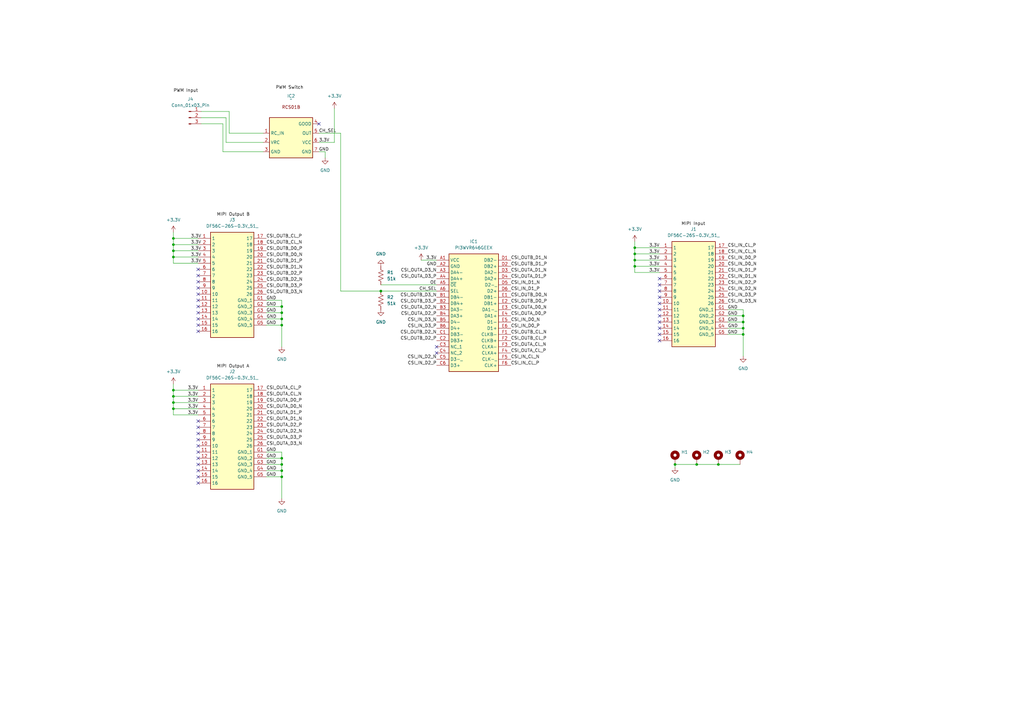
<source format=kicad_sch>
(kicad_sch
	(version 20231120)
	(generator "eeschema")
	(generator_version "8.0")
	(uuid "3da044ea-e9a8-439e-a7e1-f818aba28691")
	(paper "A3")
	(lib_symbols
		(symbol "Connector:Conn_01x03_Pin"
			(pin_names
				(offset 1.016) hide)
			(exclude_from_sim no)
			(in_bom yes)
			(on_board yes)
			(property "Reference" "J"
				(at 0 5.08 0)
				(effects
					(font
						(size 1.27 1.27)
					)
				)
			)
			(property "Value" "Conn_01x03_Pin"
				(at 0 -5.08 0)
				(effects
					(font
						(size 1.27 1.27)
					)
				)
			)
			(property "Footprint" ""
				(at 0 0 0)
				(effects
					(font
						(size 1.27 1.27)
					)
					(hide yes)
				)
			)
			(property "Datasheet" "~"
				(at 0 0 0)
				(effects
					(font
						(size 1.27 1.27)
					)
					(hide yes)
				)
			)
			(property "Description" "Generic connector, single row, 01x03, script generated"
				(at 0 0 0)
				(effects
					(font
						(size 1.27 1.27)
					)
					(hide yes)
				)
			)
			(property "ki_locked" ""
				(at 0 0 0)
				(effects
					(font
						(size 1.27 1.27)
					)
				)
			)
			(property "ki_keywords" "connector"
				(at 0 0 0)
				(effects
					(font
						(size 1.27 1.27)
					)
					(hide yes)
				)
			)
			(property "ki_fp_filters" "Connector*:*_1x??_*"
				(at 0 0 0)
				(effects
					(font
						(size 1.27 1.27)
					)
					(hide yes)
				)
			)
			(symbol "Conn_01x03_Pin_1_1"
				(polyline
					(pts
						(xy 1.27 -2.54) (xy 0.8636 -2.54)
					)
					(stroke
						(width 0.1524)
						(type default)
					)
					(fill
						(type none)
					)
				)
				(polyline
					(pts
						(xy 1.27 0) (xy 0.8636 0)
					)
					(stroke
						(width 0.1524)
						(type default)
					)
					(fill
						(type none)
					)
				)
				(polyline
					(pts
						(xy 1.27 2.54) (xy 0.8636 2.54)
					)
					(stroke
						(width 0.1524)
						(type default)
					)
					(fill
						(type none)
					)
				)
				(rectangle
					(start 0.8636 -2.413)
					(end 0 -2.667)
					(stroke
						(width 0.1524)
						(type default)
					)
					(fill
						(type outline)
					)
				)
				(rectangle
					(start 0.8636 0.127)
					(end 0 -0.127)
					(stroke
						(width 0.1524)
						(type default)
					)
					(fill
						(type outline)
					)
				)
				(rectangle
					(start 0.8636 2.667)
					(end 0 2.413)
					(stroke
						(width 0.1524)
						(type default)
					)
					(fill
						(type outline)
					)
				)
				(pin passive line
					(at 5.08 2.54 180)
					(length 3.81)
					(name "Pin_1"
						(effects
							(font
								(size 1.27 1.27)
							)
						)
					)
					(number "1"
						(effects
							(font
								(size 1.27 1.27)
							)
						)
					)
				)
				(pin passive line
					(at 5.08 0 180)
					(length 3.81)
					(name "Pin_2"
						(effects
							(font
								(size 1.27 1.27)
							)
						)
					)
					(number "2"
						(effects
							(font
								(size 1.27 1.27)
							)
						)
					)
				)
				(pin passive line
					(at 5.08 -2.54 180)
					(length 3.81)
					(name "Pin_3"
						(effects
							(font
								(size 1.27 1.27)
							)
						)
					)
					(number "3"
						(effects
							(font
								(size 1.27 1.27)
							)
						)
					)
				)
			)
		)
		(symbol "DF56C-26S-0_3V_51_:DF56C-26S-0.3V_51_"
			(exclude_from_sim no)
			(in_bom yes)
			(on_board yes)
			(property "Reference" "J"
				(at 24.13 7.62 0)
				(effects
					(font
						(size 1.27 1.27)
					)
					(justify left top)
				)
			)
			(property "Value" "DF56C-26S-0.3V_51_"
				(at 24.13 5.08 0)
				(effects
					(font
						(size 1.27 1.27)
					)
					(justify left top)
				)
			)
			(property "Footprint" "DF56C26S03V51"
				(at 24.13 -94.92 0)
				(effects
					(font
						(size 1.27 1.27)
					)
					(justify left top)
					(hide yes)
				)
			)
			(property "Datasheet" "https://www.hirose.com/product/download/?distributor=digikey&type=2d&lang=en&num=DF56C-26S-0.3V(51)"
				(at 24.13 -194.92 0)
				(effects
					(font
						(size 1.27 1.27)
					)
					(justify left top)
					(hide yes)
				)
			)
			(property "Description" "Headers & Wire Housings 0.3MM 26POS AU SMD CONN RCPT"
				(at 0 0 0)
				(effects
					(font
						(size 1.27 1.27)
					)
					(hide yes)
				)
			)
			(property "Height" "1.55"
				(at 24.13 -394.92 0)
				(effects
					(font
						(size 1.27 1.27)
					)
					(justify left top)
					(hide yes)
				)
			)
			(property "Mouser Part Number" "798-DF56C-26S-0.3V51"
				(at 24.13 -494.92 0)
				(effects
					(font
						(size 1.27 1.27)
					)
					(justify left top)
					(hide yes)
				)
			)
			(property "Mouser Price/Stock" "https://www.mouser.co.uk/ProductDetail/Hirose-Connector/DF56C-26S-0.3V51?qs=Gufeu08L%2Fl3QSAbzBrso4w%3D%3D"
				(at 24.13 -594.92 0)
				(effects
					(font
						(size 1.27 1.27)
					)
					(justify left top)
					(hide yes)
				)
			)
			(property "Manufacturer_Name" "Hirose"
				(at 24.13 -694.92 0)
				(effects
					(font
						(size 1.27 1.27)
					)
					(justify left top)
					(hide yes)
				)
			)
			(property "Manufacturer_Part_Number" "DF56C-26S-0.3V(51)"
				(at 24.13 -794.92 0)
				(effects
					(font
						(size 1.27 1.27)
					)
					(justify left top)
					(hide yes)
				)
			)
			(symbol "DF56C-26S-0.3V_51__1_1"
				(rectangle
					(start 5.08 2.54)
					(end 22.86 -40.64)
					(stroke
						(width 0.254)
						(type default)
					)
					(fill
						(type background)
					)
				)
				(pin passive line
					(at 0 0 0)
					(length 5.08)
					(name "1"
						(effects
							(font
								(size 1.27 1.27)
							)
						)
					)
					(number "1"
						(effects
							(font
								(size 1.27 1.27)
							)
						)
					)
				)
				(pin passive line
					(at 0 -22.86 0)
					(length 5.08)
					(name "10"
						(effects
							(font
								(size 1.27 1.27)
							)
						)
					)
					(number "10"
						(effects
							(font
								(size 1.27 1.27)
							)
						)
					)
				)
				(pin passive line
					(at 0 -25.4 0)
					(length 5.08)
					(name "11"
						(effects
							(font
								(size 1.27 1.27)
							)
						)
					)
					(number "11"
						(effects
							(font
								(size 1.27 1.27)
							)
						)
					)
				)
				(pin passive line
					(at 0 -27.94 0)
					(length 5.08)
					(name "12"
						(effects
							(font
								(size 1.27 1.27)
							)
						)
					)
					(number "12"
						(effects
							(font
								(size 1.27 1.27)
							)
						)
					)
				)
				(pin passive line
					(at 0 -30.48 0)
					(length 5.08)
					(name "13"
						(effects
							(font
								(size 1.27 1.27)
							)
						)
					)
					(number "13"
						(effects
							(font
								(size 1.27 1.27)
							)
						)
					)
				)
				(pin passive line
					(at 0 -33.02 0)
					(length 5.08)
					(name "14"
						(effects
							(font
								(size 1.27 1.27)
							)
						)
					)
					(number "14"
						(effects
							(font
								(size 1.27 1.27)
							)
						)
					)
				)
				(pin passive line
					(at 0 -35.56 0)
					(length 5.08)
					(name "15"
						(effects
							(font
								(size 1.27 1.27)
							)
						)
					)
					(number "15"
						(effects
							(font
								(size 1.27 1.27)
							)
						)
					)
				)
				(pin passive line
					(at 0 -38.1 0)
					(length 5.08)
					(name "16"
						(effects
							(font
								(size 1.27 1.27)
							)
						)
					)
					(number "16"
						(effects
							(font
								(size 1.27 1.27)
							)
						)
					)
				)
				(pin passive line
					(at 27.94 0 180)
					(length 5.08)
					(name "17"
						(effects
							(font
								(size 1.27 1.27)
							)
						)
					)
					(number "17"
						(effects
							(font
								(size 1.27 1.27)
							)
						)
					)
				)
				(pin passive line
					(at 27.94 -2.54 180)
					(length 5.08)
					(name "18"
						(effects
							(font
								(size 1.27 1.27)
							)
						)
					)
					(number "18"
						(effects
							(font
								(size 1.27 1.27)
							)
						)
					)
				)
				(pin passive line
					(at 27.94 -5.08 180)
					(length 5.08)
					(name "19"
						(effects
							(font
								(size 1.27 1.27)
							)
						)
					)
					(number "19"
						(effects
							(font
								(size 1.27 1.27)
							)
						)
					)
				)
				(pin passive line
					(at 0 -2.54 0)
					(length 5.08)
					(name "2"
						(effects
							(font
								(size 1.27 1.27)
							)
						)
					)
					(number "2"
						(effects
							(font
								(size 1.27 1.27)
							)
						)
					)
				)
				(pin passive line
					(at 27.94 -7.62 180)
					(length 5.08)
					(name "20"
						(effects
							(font
								(size 1.27 1.27)
							)
						)
					)
					(number "20"
						(effects
							(font
								(size 1.27 1.27)
							)
						)
					)
				)
				(pin passive line
					(at 27.94 -10.16 180)
					(length 5.08)
					(name "21"
						(effects
							(font
								(size 1.27 1.27)
							)
						)
					)
					(number "21"
						(effects
							(font
								(size 1.27 1.27)
							)
						)
					)
				)
				(pin passive line
					(at 27.94 -12.7 180)
					(length 5.08)
					(name "22"
						(effects
							(font
								(size 1.27 1.27)
							)
						)
					)
					(number "22"
						(effects
							(font
								(size 1.27 1.27)
							)
						)
					)
				)
				(pin passive line
					(at 27.94 -15.24 180)
					(length 5.08)
					(name "23"
						(effects
							(font
								(size 1.27 1.27)
							)
						)
					)
					(number "23"
						(effects
							(font
								(size 1.27 1.27)
							)
						)
					)
				)
				(pin passive line
					(at 27.94 -17.78 180)
					(length 5.08)
					(name "24"
						(effects
							(font
								(size 1.27 1.27)
							)
						)
					)
					(number "24"
						(effects
							(font
								(size 1.27 1.27)
							)
						)
					)
				)
				(pin passive line
					(at 27.94 -20.32 180)
					(length 5.08)
					(name "25"
						(effects
							(font
								(size 1.27 1.27)
							)
						)
					)
					(number "25"
						(effects
							(font
								(size 1.27 1.27)
							)
						)
					)
				)
				(pin passive line
					(at 27.94 -22.86 180)
					(length 5.08)
					(name "26"
						(effects
							(font
								(size 1.27 1.27)
							)
						)
					)
					(number "26"
						(effects
							(font
								(size 1.27 1.27)
							)
						)
					)
				)
				(pin passive line
					(at 0 -5.08 0)
					(length 5.08)
					(name "3"
						(effects
							(font
								(size 1.27 1.27)
							)
						)
					)
					(number "3"
						(effects
							(font
								(size 1.27 1.27)
							)
						)
					)
				)
				(pin passive line
					(at 0 -7.62 0)
					(length 5.08)
					(name "4"
						(effects
							(font
								(size 1.27 1.27)
							)
						)
					)
					(number "4"
						(effects
							(font
								(size 1.27 1.27)
							)
						)
					)
				)
				(pin passive line
					(at 0 -10.16 0)
					(length 5.08)
					(name "5"
						(effects
							(font
								(size 1.27 1.27)
							)
						)
					)
					(number "5"
						(effects
							(font
								(size 1.27 1.27)
							)
						)
					)
				)
				(pin passive line
					(at 0 -12.7 0)
					(length 5.08)
					(name "6"
						(effects
							(font
								(size 1.27 1.27)
							)
						)
					)
					(number "6"
						(effects
							(font
								(size 1.27 1.27)
							)
						)
					)
				)
				(pin passive line
					(at 0 -15.24 0)
					(length 5.08)
					(name "7"
						(effects
							(font
								(size 1.27 1.27)
							)
						)
					)
					(number "7"
						(effects
							(font
								(size 1.27 1.27)
							)
						)
					)
				)
				(pin passive line
					(at 0 -17.78 0)
					(length 5.08)
					(name "8"
						(effects
							(font
								(size 1.27 1.27)
							)
						)
					)
					(number "8"
						(effects
							(font
								(size 1.27 1.27)
							)
						)
					)
				)
				(pin passive line
					(at 0 -20.32 0)
					(length 5.08)
					(name "9"
						(effects
							(font
								(size 1.27 1.27)
							)
						)
					)
					(number "9"
						(effects
							(font
								(size 1.27 1.27)
							)
						)
					)
				)
				(pin passive line
					(at 27.94 -25.4 180)
					(length 5.08)
					(name "GND_1"
						(effects
							(font
								(size 1.27 1.27)
							)
						)
					)
					(number "G1"
						(effects
							(font
								(size 1.27 1.27)
							)
						)
					)
				)
				(pin passive line
					(at 27.94 -27.94 180)
					(length 5.08)
					(name "GND_2"
						(effects
							(font
								(size 1.27 1.27)
							)
						)
					)
					(number "G2"
						(effects
							(font
								(size 1.27 1.27)
							)
						)
					)
				)
				(pin passive line
					(at 27.94 -30.48 180)
					(length 5.08)
					(name "GND_3"
						(effects
							(font
								(size 1.27 1.27)
							)
						)
					)
					(number "G3"
						(effects
							(font
								(size 1.27 1.27)
							)
						)
					)
				)
				(pin passive line
					(at 27.94 -33.02 180)
					(length 5.08)
					(name "GND_4"
						(effects
							(font
								(size 1.27 1.27)
							)
						)
					)
					(number "G4"
						(effects
							(font
								(size 1.27 1.27)
							)
						)
					)
				)
				(pin passive line
					(at 27.94 -35.56 180)
					(length 5.08)
					(name "GND_5"
						(effects
							(font
								(size 1.27 1.27)
							)
						)
					)
					(number "G5"
						(effects
							(font
								(size 1.27 1.27)
							)
						)
					)
				)
			)
		)
		(symbol "Device:R_US"
			(pin_numbers hide)
			(pin_names
				(offset 0)
			)
			(exclude_from_sim no)
			(in_bom yes)
			(on_board yes)
			(property "Reference" "R"
				(at 2.54 0 90)
				(effects
					(font
						(size 1.27 1.27)
					)
				)
			)
			(property "Value" "R_US"
				(at -2.54 0 90)
				(effects
					(font
						(size 1.27 1.27)
					)
				)
			)
			(property "Footprint" ""
				(at 1.016 -0.254 90)
				(effects
					(font
						(size 1.27 1.27)
					)
					(hide yes)
				)
			)
			(property "Datasheet" "~"
				(at 0 0 0)
				(effects
					(font
						(size 1.27 1.27)
					)
					(hide yes)
				)
			)
			(property "Description" "Resistor, US symbol"
				(at 0 0 0)
				(effects
					(font
						(size 1.27 1.27)
					)
					(hide yes)
				)
			)
			(property "ki_keywords" "R res resistor"
				(at 0 0 0)
				(effects
					(font
						(size 1.27 1.27)
					)
					(hide yes)
				)
			)
			(property "ki_fp_filters" "R_*"
				(at 0 0 0)
				(effects
					(font
						(size 1.27 1.27)
					)
					(hide yes)
				)
			)
			(symbol "R_US_0_1"
				(polyline
					(pts
						(xy 0 -2.286) (xy 0 -2.54)
					)
					(stroke
						(width 0)
						(type default)
					)
					(fill
						(type none)
					)
				)
				(polyline
					(pts
						(xy 0 2.286) (xy 0 2.54)
					)
					(stroke
						(width 0)
						(type default)
					)
					(fill
						(type none)
					)
				)
				(polyline
					(pts
						(xy 0 -0.762) (xy 1.016 -1.143) (xy 0 -1.524) (xy -1.016 -1.905) (xy 0 -2.286)
					)
					(stroke
						(width 0)
						(type default)
					)
					(fill
						(type none)
					)
				)
				(polyline
					(pts
						(xy 0 0.762) (xy 1.016 0.381) (xy 0 0) (xy -1.016 -0.381) (xy 0 -0.762)
					)
					(stroke
						(width 0)
						(type default)
					)
					(fill
						(type none)
					)
				)
				(polyline
					(pts
						(xy 0 2.286) (xy 1.016 1.905) (xy 0 1.524) (xy -1.016 1.143) (xy 0 0.762)
					)
					(stroke
						(width 0)
						(type default)
					)
					(fill
						(type none)
					)
				)
			)
			(symbol "R_US_1_1"
				(pin passive line
					(at 0 3.81 270)
					(length 1.27)
					(name "~"
						(effects
							(font
								(size 1.27 1.27)
							)
						)
					)
					(number "1"
						(effects
							(font
								(size 1.27 1.27)
							)
						)
					)
				)
				(pin passive line
					(at 0 -3.81 90)
					(length 1.27)
					(name "~"
						(effects
							(font
								(size 1.27 1.27)
							)
						)
					)
					(number "2"
						(effects
							(font
								(size 1.27 1.27)
							)
						)
					)
				)
			)
		)
		(symbol "Mechanical:MountingHole_Pad"
			(pin_numbers hide)
			(pin_names
				(offset 1.016) hide)
			(exclude_from_sim no)
			(in_bom yes)
			(on_board yes)
			(property "Reference" "H"
				(at 0 6.35 0)
				(effects
					(font
						(size 1.27 1.27)
					)
				)
			)
			(property "Value" "MountingHole_Pad"
				(at 0 4.445 0)
				(effects
					(font
						(size 1.27 1.27)
					)
				)
			)
			(property "Footprint" ""
				(at 0 0 0)
				(effects
					(font
						(size 1.27 1.27)
					)
					(hide yes)
				)
			)
			(property "Datasheet" "~"
				(at 0 0 0)
				(effects
					(font
						(size 1.27 1.27)
					)
					(hide yes)
				)
			)
			(property "Description" "Mounting Hole with connection"
				(at 0 0 0)
				(effects
					(font
						(size 1.27 1.27)
					)
					(hide yes)
				)
			)
			(property "ki_keywords" "mounting hole"
				(at 0 0 0)
				(effects
					(font
						(size 1.27 1.27)
					)
					(hide yes)
				)
			)
			(property "ki_fp_filters" "MountingHole*Pad*"
				(at 0 0 0)
				(effects
					(font
						(size 1.27 1.27)
					)
					(hide yes)
				)
			)
			(symbol "MountingHole_Pad_0_1"
				(circle
					(center 0 1.27)
					(radius 1.27)
					(stroke
						(width 1.27)
						(type default)
					)
					(fill
						(type none)
					)
				)
			)
			(symbol "MountingHole_Pad_1_1"
				(pin input line
					(at 0 -2.54 90)
					(length 2.54)
					(name "1"
						(effects
							(font
								(size 1.27 1.27)
							)
						)
					)
					(number "1"
						(effects
							(font
								(size 1.27 1.27)
							)
						)
					)
				)
			)
		)
		(symbol "PI3WVR646GEEX:PI3WVR646GEEX"
			(exclude_from_sim no)
			(in_bom yes)
			(on_board yes)
			(property "Reference" "IC"
				(at 26.67 7.62 0)
				(effects
					(font
						(size 1.27 1.27)
					)
					(justify left top)
				)
			)
			(property "Value" "PI3WVR646GEEX"
				(at 26.67 5.08 0)
				(effects
					(font
						(size 1.27 1.27)
					)
					(justify left top)
				)
			)
			(property "Footprint" "PI3WVR646GEEX"
				(at 26.67 -94.92 0)
				(effects
					(font
						(size 1.27 1.27)
					)
					(justify left top)
					(hide yes)
				)
			)
			(property "Datasheet" "https://componentsearchengine.com/Datasheets/1/PI3WVR646GEEX.pdf"
				(at 26.67 -194.92 0)
				(effects
					(font
						(size 1.27 1.27)
					)
					(justify left top)
					(hide yes)
				)
			)
			(property "Description" "Telecommunications Switch IC 10 Channel 36-CSP (2.44x2.44)"
				(at 0 0 0)
				(effects
					(font
						(size 1.27 1.27)
					)
					(hide yes)
				)
			)
			(property "Height" "0.54"
				(at 26.67 -394.92 0)
				(effects
					(font
						(size 1.27 1.27)
					)
					(justify left top)
					(hide yes)
				)
			)
			(property "Mouser Part Number" "729-PI3WVR646GEEX"
				(at 26.67 -494.92 0)
				(effects
					(font
						(size 1.27 1.27)
					)
					(justify left top)
					(hide yes)
				)
			)
			(property "Mouser Price/Stock" "https://www.mouser.com/Search/Refine.aspx?Keyword=729-PI3WVR646GEEX"
				(at 26.67 -594.92 0)
				(effects
					(font
						(size 1.27 1.27)
					)
					(justify left top)
					(hide yes)
				)
			)
			(property "Manufacturer_Name" "Diodes Incorporated"
				(at 26.67 -694.92 0)
				(effects
					(font
						(size 1.27 1.27)
					)
					(justify left top)
					(hide yes)
				)
			)
			(property "Manufacturer_Part_Number" "PI3WVR646GEEX"
				(at 26.67 -794.92 0)
				(effects
					(font
						(size 1.27 1.27)
					)
					(justify left top)
					(hide yes)
				)
			)
			(symbol "PI3WVR646GEEX_1_1"
				(rectangle
					(start 5.08 2.54)
					(end 25.4 -45.72)
					(stroke
						(width 0.254)
						(type default)
					)
					(fill
						(type background)
					)
				)
				(pin passive line
					(at 0 0 0)
					(length 5.08)
					(name "VCC"
						(effects
							(font
								(size 1.27 1.27)
							)
						)
					)
					(number "A1"
						(effects
							(font
								(size 1.27 1.27)
							)
						)
					)
				)
				(pin passive line
					(at 0 -2.54 0)
					(length 5.08)
					(name "GND"
						(effects
							(font
								(size 1.27 1.27)
							)
						)
					)
					(number "A2"
						(effects
							(font
								(size 1.27 1.27)
							)
						)
					)
				)
				(pin passive line
					(at 0 -5.08 0)
					(length 5.08)
					(name "DA4-"
						(effects
							(font
								(size 1.27 1.27)
							)
						)
					)
					(number "A3"
						(effects
							(font
								(size 1.27 1.27)
							)
						)
					)
				)
				(pin passive line
					(at 0 -7.62 0)
					(length 5.08)
					(name "DA4+"
						(effects
							(font
								(size 1.27 1.27)
							)
						)
					)
					(number "A4"
						(effects
							(font
								(size 1.27 1.27)
							)
						)
					)
				)
				(pin passive line
					(at 0 -10.16 0)
					(length 5.08)
					(name "~{OE}"
						(effects
							(font
								(size 1.27 1.27)
							)
						)
					)
					(number "A5"
						(effects
							(font
								(size 1.27 1.27)
							)
						)
					)
				)
				(pin passive line
					(at 0 -12.7 0)
					(length 5.08)
					(name "SEL"
						(effects
							(font
								(size 1.27 1.27)
							)
						)
					)
					(number "A6"
						(effects
							(font
								(size 1.27 1.27)
							)
						)
					)
				)
				(pin passive line
					(at 0 -15.24 0)
					(length 5.08)
					(name "DB4-"
						(effects
							(font
								(size 1.27 1.27)
							)
						)
					)
					(number "B1"
						(effects
							(font
								(size 1.27 1.27)
							)
						)
					)
				)
				(pin passive line
					(at 0 -17.78 0)
					(length 5.08)
					(name "DB4+"
						(effects
							(font
								(size 1.27 1.27)
							)
						)
					)
					(number "B2"
						(effects
							(font
								(size 1.27 1.27)
							)
						)
					)
				)
				(pin passive line
					(at 0 -20.32 0)
					(length 5.08)
					(name "DA3-"
						(effects
							(font
								(size 1.27 1.27)
							)
						)
					)
					(number "B3"
						(effects
							(font
								(size 1.27 1.27)
							)
						)
					)
				)
				(pin passive line
					(at 0 -22.86 0)
					(length 5.08)
					(name "DA3+"
						(effects
							(font
								(size 1.27 1.27)
							)
						)
					)
					(number "B4"
						(effects
							(font
								(size 1.27 1.27)
							)
						)
					)
				)
				(pin passive line
					(at 0 -25.4 0)
					(length 5.08)
					(name "D4-"
						(effects
							(font
								(size 1.27 1.27)
							)
						)
					)
					(number "B5"
						(effects
							(font
								(size 1.27 1.27)
							)
						)
					)
				)
				(pin passive line
					(at 0 -27.94 0)
					(length 5.08)
					(name "D4+"
						(effects
							(font
								(size 1.27 1.27)
							)
						)
					)
					(number "B6"
						(effects
							(font
								(size 1.27 1.27)
							)
						)
					)
				)
				(pin passive line
					(at 0 -30.48 0)
					(length 5.08)
					(name "DB3-"
						(effects
							(font
								(size 1.27 1.27)
							)
						)
					)
					(number "C1"
						(effects
							(font
								(size 1.27 1.27)
							)
						)
					)
				)
				(pin passive line
					(at 0 -33.02 0)
					(length 5.08)
					(name "DB3+"
						(effects
							(font
								(size 1.27 1.27)
							)
						)
					)
					(number "C2"
						(effects
							(font
								(size 1.27 1.27)
							)
						)
					)
				)
				(pin passive line
					(at 0 -35.56 0)
					(length 5.08)
					(name "NC_1"
						(effects
							(font
								(size 1.27 1.27)
							)
						)
					)
					(number "C3"
						(effects
							(font
								(size 1.27 1.27)
							)
						)
					)
				)
				(pin passive line
					(at 0 -38.1 0)
					(length 5.08)
					(name "NC_2"
						(effects
							(font
								(size 1.27 1.27)
							)
						)
					)
					(number "C4"
						(effects
							(font
								(size 1.27 1.27)
							)
						)
					)
				)
				(pin passive line
					(at 0 -40.64 0)
					(length 5.08)
					(name "D3-_"
						(effects
							(font
								(size 1.27 1.27)
							)
						)
					)
					(number "C5"
						(effects
							(font
								(size 1.27 1.27)
							)
						)
					)
				)
				(pin passive line
					(at 0 -43.18 0)
					(length 5.08)
					(name "D3+"
						(effects
							(font
								(size 1.27 1.27)
							)
						)
					)
					(number "C6"
						(effects
							(font
								(size 1.27 1.27)
							)
						)
					)
				)
				(pin passive line
					(at 30.48 0 180)
					(length 5.08)
					(name "DB2-"
						(effects
							(font
								(size 1.27 1.27)
							)
						)
					)
					(number "D1"
						(effects
							(font
								(size 1.27 1.27)
							)
						)
					)
				)
				(pin passive line
					(at 30.48 -2.54 180)
					(length 5.08)
					(name "DB2+"
						(effects
							(font
								(size 1.27 1.27)
							)
						)
					)
					(number "D2"
						(effects
							(font
								(size 1.27 1.27)
							)
						)
					)
				)
				(pin passive line
					(at 30.48 -5.08 180)
					(length 5.08)
					(name "DA2-"
						(effects
							(font
								(size 1.27 1.27)
							)
						)
					)
					(number "D3"
						(effects
							(font
								(size 1.27 1.27)
							)
						)
					)
				)
				(pin passive line
					(at 30.48 -7.62 180)
					(length 5.08)
					(name "DA2+"
						(effects
							(font
								(size 1.27 1.27)
							)
						)
					)
					(number "D4"
						(effects
							(font
								(size 1.27 1.27)
							)
						)
					)
				)
				(pin passive line
					(at 30.48 -10.16 180)
					(length 5.08)
					(name "D2-_"
						(effects
							(font
								(size 1.27 1.27)
							)
						)
					)
					(number "D5"
						(effects
							(font
								(size 1.27 1.27)
							)
						)
					)
				)
				(pin passive line
					(at 30.48 -12.7 180)
					(length 5.08)
					(name "D2+"
						(effects
							(font
								(size 1.27 1.27)
							)
						)
					)
					(number "D6"
						(effects
							(font
								(size 1.27 1.27)
							)
						)
					)
				)
				(pin passive line
					(at 30.48 -15.24 180)
					(length 5.08)
					(name "DB1-"
						(effects
							(font
								(size 1.27 1.27)
							)
						)
					)
					(number "E1"
						(effects
							(font
								(size 1.27 1.27)
							)
						)
					)
				)
				(pin passive line
					(at 30.48 -17.78 180)
					(length 5.08)
					(name "DB1+"
						(effects
							(font
								(size 1.27 1.27)
							)
						)
					)
					(number "E2"
						(effects
							(font
								(size 1.27 1.27)
							)
						)
					)
				)
				(pin passive line
					(at 30.48 -20.32 180)
					(length 5.08)
					(name "DA1-_"
						(effects
							(font
								(size 1.27 1.27)
							)
						)
					)
					(number "E3"
						(effects
							(font
								(size 1.27 1.27)
							)
						)
					)
				)
				(pin passive line
					(at 30.48 -22.86 180)
					(length 5.08)
					(name "DA1+"
						(effects
							(font
								(size 1.27 1.27)
							)
						)
					)
					(number "E4"
						(effects
							(font
								(size 1.27 1.27)
							)
						)
					)
				)
				(pin passive line
					(at 30.48 -25.4 180)
					(length 5.08)
					(name "D1-"
						(effects
							(font
								(size 1.27 1.27)
							)
						)
					)
					(number "E5"
						(effects
							(font
								(size 1.27 1.27)
							)
						)
					)
				)
				(pin passive line
					(at 30.48 -27.94 180)
					(length 5.08)
					(name "D1+"
						(effects
							(font
								(size 1.27 1.27)
							)
						)
					)
					(number "E6"
						(effects
							(font
								(size 1.27 1.27)
							)
						)
					)
				)
				(pin passive line
					(at 30.48 -30.48 180)
					(length 5.08)
					(name "CLKB-"
						(effects
							(font
								(size 1.27 1.27)
							)
						)
					)
					(number "F1"
						(effects
							(font
								(size 1.27 1.27)
							)
						)
					)
				)
				(pin passive line
					(at 30.48 -33.02 180)
					(length 5.08)
					(name "CLKB+"
						(effects
							(font
								(size 1.27 1.27)
							)
						)
					)
					(number "F2"
						(effects
							(font
								(size 1.27 1.27)
							)
						)
					)
				)
				(pin passive line
					(at 30.48 -35.56 180)
					(length 5.08)
					(name "CLKA-"
						(effects
							(font
								(size 1.27 1.27)
							)
						)
					)
					(number "F3"
						(effects
							(font
								(size 1.27 1.27)
							)
						)
					)
				)
				(pin passive line
					(at 30.48 -38.1 180)
					(length 5.08)
					(name "CLKA+"
						(effects
							(font
								(size 1.27 1.27)
							)
						)
					)
					(number "F4"
						(effects
							(font
								(size 1.27 1.27)
							)
						)
					)
				)
				(pin passive line
					(at 30.48 -40.64 180)
					(length 5.08)
					(name "CLK-_"
						(effects
							(font
								(size 1.27 1.27)
							)
						)
					)
					(number "F5"
						(effects
							(font
								(size 1.27 1.27)
							)
						)
					)
				)
				(pin passive line
					(at 30.48 -43.18 180)
					(length 5.08)
					(name "CLK+"
						(effects
							(font
								(size 1.27 1.27)
							)
						)
					)
					(number "F6"
						(effects
							(font
								(size 1.27 1.27)
							)
						)
					)
				)
			)
		)
		(symbol "RCS01B:RCS01B"
			(exclude_from_sim no)
			(in_bom yes)
			(on_board yes)
			(property "Reference" "A"
				(at 0 10.668 0)
				(effects
					(font
						(size 1.27 1.27)
					)
				)
			)
			(property "Value" ""
				(at 0 11.43 0)
				(effects
					(font
						(size 1.27 1.27)
					)
				)
			)
			(property "Footprint" "RCS01B:RCS01B_PinHeader_2x04_P2.54mm_Vertical"
				(at 0 11.43 0)
				(effects
					(font
						(size 1.27 1.27)
					)
					(hide yes)
				)
			)
			(property "Datasheet" ""
				(at 0 11.43 0)
				(effects
					(font
						(size 1.27 1.27)
					)
					(hide yes)
				)
			)
			(property "Description" ""
				(at 0 11.43 0)
				(effects
					(font
						(size 1.27 1.27)
					)
					(hide yes)
				)
			)
			(symbol "RCS01B_0_1"
				(rectangle
					(start -8.89 8.89)
					(end 8.89 -7.62)
					(stroke
						(width 0.254)
						(type default)
					)
					(fill
						(type background)
					)
				)
			)
			(symbol "RCS01B_1_1"
				(text "RCS01B"
					(at 0 13.208 0)
					(effects
						(font
							(size 1.27 1.27)
						)
					)
				)
				(pin input line
					(at -11.43 2.54 0)
					(length 2.54)
					(name "RC_IN"
						(effects
							(font
								(size 1.27 1.27)
							)
						)
					)
					(number "1"
						(effects
							(font
								(size 1.27 1.27)
							)
						)
					)
				)
				(pin power_in line
					(at -11.43 -1.27 0)
					(length 2.54)
					(name "VRC"
						(effects
							(font
								(size 1.27 1.27)
							)
						)
					)
					(number "2"
						(effects
							(font
								(size 1.27 1.27)
							)
						)
					)
				)
				(pin power_out line
					(at -11.43 -5.08 0)
					(length 2.54)
					(name "GND"
						(effects
							(font
								(size 1.27 1.27)
							)
						)
					)
					(number "3"
						(effects
							(font
								(size 1.27 1.27)
							)
						)
					)
				)
				(pin output line
					(at 11.43 6.35 180)
					(length 2.54)
					(name "GOOD"
						(effects
							(font
								(size 1.27 1.27)
							)
						)
					)
					(number "4"
						(effects
							(font
								(size 1.27 1.27)
							)
						)
					)
				)
				(pin output line
					(at 11.43 2.54 180)
					(length 2.54)
					(name "OUT"
						(effects
							(font
								(size 1.27 1.27)
							)
						)
					)
					(number "5"
						(effects
							(font
								(size 1.27 1.27)
							)
						)
					)
				)
				(pin power_in line
					(at 11.43 -1.27 180)
					(length 2.54)
					(name "VCC"
						(effects
							(font
								(size 1.27 1.27)
							)
						)
					)
					(number "6"
						(effects
							(font
								(size 1.27 1.27)
							)
						)
					)
				)
				(pin power_out line
					(at 11.43 -5.08 180)
					(length 2.54)
					(name "GND"
						(effects
							(font
								(size 1.27 1.27)
							)
						)
					)
					(number "7"
						(effects
							(font
								(size 1.27 1.27)
							)
						)
					)
				)
			)
		)
		(symbol "power:+3.3V"
			(power)
			(pin_names
				(offset 0)
			)
			(exclude_from_sim no)
			(in_bom yes)
			(on_board yes)
			(property "Reference" "#PWR"
				(at 0 -3.81 0)
				(effects
					(font
						(size 1.27 1.27)
					)
					(hide yes)
				)
			)
			(property "Value" "+3.3V"
				(at 0 3.556 0)
				(effects
					(font
						(size 1.27 1.27)
					)
				)
			)
			(property "Footprint" ""
				(at 0 0 0)
				(effects
					(font
						(size 1.27 1.27)
					)
					(hide yes)
				)
			)
			(property "Datasheet" ""
				(at 0 0 0)
				(effects
					(font
						(size 1.27 1.27)
					)
					(hide yes)
				)
			)
			(property "Description" "Power symbol creates a global label with name \"+3.3V\""
				(at 0 0 0)
				(effects
					(font
						(size 1.27 1.27)
					)
					(hide yes)
				)
			)
			(property "ki_keywords" "global power"
				(at 0 0 0)
				(effects
					(font
						(size 1.27 1.27)
					)
					(hide yes)
				)
			)
			(symbol "+3.3V_0_1"
				(polyline
					(pts
						(xy -0.762 1.27) (xy 0 2.54)
					)
					(stroke
						(width 0)
						(type default)
					)
					(fill
						(type none)
					)
				)
				(polyline
					(pts
						(xy 0 0) (xy 0 2.54)
					)
					(stroke
						(width 0)
						(type default)
					)
					(fill
						(type none)
					)
				)
				(polyline
					(pts
						(xy 0 2.54) (xy 0.762 1.27)
					)
					(stroke
						(width 0)
						(type default)
					)
					(fill
						(type none)
					)
				)
			)
			(symbol "+3.3V_1_1"
				(pin power_in line
					(at 0 0 90)
					(length 0) hide
					(name "+3.3V"
						(effects
							(font
								(size 1.27 1.27)
							)
						)
					)
					(number "1"
						(effects
							(font
								(size 1.27 1.27)
							)
						)
					)
				)
			)
		)
		(symbol "power:GND"
			(power)
			(pin_names
				(offset 0)
			)
			(exclude_from_sim no)
			(in_bom yes)
			(on_board yes)
			(property "Reference" "#PWR"
				(at 0 -6.35 0)
				(effects
					(font
						(size 1.27 1.27)
					)
					(hide yes)
				)
			)
			(property "Value" "GND"
				(at 0 -3.81 0)
				(effects
					(font
						(size 1.27 1.27)
					)
				)
			)
			(property "Footprint" ""
				(at 0 0 0)
				(effects
					(font
						(size 1.27 1.27)
					)
					(hide yes)
				)
			)
			(property "Datasheet" ""
				(at 0 0 0)
				(effects
					(font
						(size 1.27 1.27)
					)
					(hide yes)
				)
			)
			(property "Description" "Power symbol creates a global label with name \"GND\" , ground"
				(at 0 0 0)
				(effects
					(font
						(size 1.27 1.27)
					)
					(hide yes)
				)
			)
			(property "ki_keywords" "global power"
				(at 0 0 0)
				(effects
					(font
						(size 1.27 1.27)
					)
					(hide yes)
				)
			)
			(symbol "GND_0_1"
				(polyline
					(pts
						(xy 0 0) (xy 0 -1.27) (xy 1.27 -1.27) (xy 0 -2.54) (xy -1.27 -1.27) (xy 0 -1.27)
					)
					(stroke
						(width 0)
						(type default)
					)
					(fill
						(type none)
					)
				)
			)
			(symbol "GND_1_1"
				(pin power_in line
					(at 0 0 270)
					(length 0) hide
					(name "GND"
						(effects
							(font
								(size 1.27 1.27)
							)
						)
					)
					(number "1"
						(effects
							(font
								(size 1.27 1.27)
							)
						)
					)
				)
			)
		)
	)
	(junction
		(at 304.8 137.16)
		(diameter 0)
		(color 0 0 0 0)
		(uuid "073c0ef6-89ea-4ecf-a660-9662c1fee003")
	)
	(junction
		(at 115.57 187.96)
		(diameter 0)
		(color 0 0 0 0)
		(uuid "127d310c-d226-486e-a146-5d5acf372880")
	)
	(junction
		(at 71.12 105.41)
		(diameter 0)
		(color 0 0 0 0)
		(uuid "2d1975c0-4abe-4c53-b106-b3190d7a4843")
	)
	(junction
		(at 260.35 104.14)
		(diameter 0)
		(color 0 0 0 0)
		(uuid "2f4208c2-9942-4464-b4ad-c93c8d208222")
	)
	(junction
		(at 71.12 100.33)
		(diameter 0)
		(color 0 0 0 0)
		(uuid "30953681-539b-404b-9f13-ea45b43a788f")
	)
	(junction
		(at 115.57 195.58)
		(diameter 0)
		(color 0 0 0 0)
		(uuid "3fc1ed5d-01e2-4d82-9ba3-c508a6607621")
	)
	(junction
		(at 71.12 97.79)
		(diameter 0)
		(color 0 0 0 0)
		(uuid "55bacdf0-541f-4d81-95cd-533f10847893")
	)
	(junction
		(at 260.35 106.68)
		(diameter 0)
		(color 0 0 0 0)
		(uuid "5c964df7-32ae-4a42-aa17-95e00c8e5356")
	)
	(junction
		(at 276.86 190.5)
		(diameter 0)
		(color 0 0 0 0)
		(uuid "5cde54ca-359f-465a-b758-c6b04e45a606")
	)
	(junction
		(at 260.35 109.22)
		(diameter 0)
		(color 0 0 0 0)
		(uuid "601dbb91-e71c-44e4-99d0-84424f9eaa18")
	)
	(junction
		(at 294.64 190.5)
		(diameter 0)
		(color 0 0 0 0)
		(uuid "616e297d-d6b0-455a-83ab-7f4a6933c895")
	)
	(junction
		(at 115.57 128.27)
		(diameter 0)
		(color 0 0 0 0)
		(uuid "63b5cb60-cd65-403b-9d48-bbfebc5f6a45")
	)
	(junction
		(at 71.12 167.64)
		(diameter 0)
		(color 0 0 0 0)
		(uuid "6dbb41a5-a044-44e4-bca2-aabfab63085e")
	)
	(junction
		(at 304.8 132.08)
		(diameter 0)
		(color 0 0 0 0)
		(uuid "6f8afc2d-6d07-4b80-9f8c-fb5e829cab5b")
	)
	(junction
		(at 115.57 130.81)
		(diameter 0)
		(color 0 0 0 0)
		(uuid "718f0d51-eed9-4bab-a888-0d51d9e9f929")
	)
	(junction
		(at 71.12 162.56)
		(diameter 0)
		(color 0 0 0 0)
		(uuid "8b76cff5-fcb4-4e4e-857e-0435673ceb71")
	)
	(junction
		(at 71.12 102.87)
		(diameter 0)
		(color 0 0 0 0)
		(uuid "9736c483-df65-4de9-88e8-a117fbce5160")
	)
	(junction
		(at 71.12 160.02)
		(diameter 0)
		(color 0 0 0 0)
		(uuid "9b4d0326-d0b9-4c18-8129-a3a6b7476f57")
	)
	(junction
		(at 115.57 133.35)
		(diameter 0)
		(color 0 0 0 0)
		(uuid "9b93b514-805b-4f6a-9a9f-c64387be46e4")
	)
	(junction
		(at 156.21 119.38)
		(diameter 0)
		(color 0 0 0 0)
		(uuid "9c31c790-071f-4c6e-bbf9-8e27e08881e9")
	)
	(junction
		(at 304.8 134.62)
		(diameter 0)
		(color 0 0 0 0)
		(uuid "a0e81881-2c1e-4a22-a9a4-3c010cf5c6a5")
	)
	(junction
		(at 71.12 165.1)
		(diameter 0)
		(color 0 0 0 0)
		(uuid "adf9a7c8-96ef-4752-9ad6-b7f4c1528c42")
	)
	(junction
		(at 304.8 129.54)
		(diameter 0)
		(color 0 0 0 0)
		(uuid "b1b603d4-cb4c-4890-af8d-1584bc20ad15")
	)
	(junction
		(at 285.75 190.5)
		(diameter 0)
		(color 0 0 0 0)
		(uuid "bd27e6fb-603c-40fb-8e03-971dde65a906")
	)
	(junction
		(at 260.35 101.6)
		(diameter 0)
		(color 0 0 0 0)
		(uuid "d82d14d4-93b8-4c8c-9d63-450d3ea78fd0")
	)
	(junction
		(at 115.57 190.5)
		(diameter 0)
		(color 0 0 0 0)
		(uuid "eac66f7c-3f31-4366-b3b4-325b214e8bb6")
	)
	(junction
		(at 115.57 125.73)
		(diameter 0)
		(color 0 0 0 0)
		(uuid "efab48d6-e177-4216-a624-91a1d8f39489")
	)
	(junction
		(at 115.57 193.04)
		(diameter 0)
		(color 0 0 0 0)
		(uuid "ff8d3335-0fc2-4b21-9289-cd60d9d9fc59")
	)
	(no_connect
		(at 270.51 119.38)
		(uuid "0c8cc32b-717a-4d9e-bbed-47283c1a2f16")
	)
	(no_connect
		(at 81.28 118.11)
		(uuid "0d622f38-dfa4-48a8-896e-725dcb5422dd")
	)
	(no_connect
		(at 81.28 195.58)
		(uuid "1d4961a4-2864-4aad-a564-aeb547ba6783")
	)
	(no_connect
		(at 270.51 129.54)
		(uuid "24ed8492-3450-43e8-a336-cdadfdccb94f")
	)
	(no_connect
		(at 81.28 115.57)
		(uuid "34ff29e6-f95f-4884-b67d-19c60511a849")
	)
	(no_connect
		(at 81.28 182.88)
		(uuid "36e19b84-ed5c-4125-afc1-a3683eebe9e6")
	)
	(no_connect
		(at 81.28 177.8)
		(uuid "3bae2929-9729-441c-84d0-9daab69855ab")
	)
	(no_connect
		(at 81.28 113.03)
		(uuid "42782231-7869-4145-924b-78d7eebee5d8")
	)
	(no_connect
		(at 81.28 120.65)
		(uuid "43e43ef2-0fd7-4f14-9550-94c87adf5d90")
	)
	(no_connect
		(at 270.51 116.84)
		(uuid "468647e1-8b04-4f1d-9960-cd0ecd057c6a")
	)
	(no_connect
		(at 270.51 127)
		(uuid "51343887-965a-4b09-9f56-66e18b01ccfa")
	)
	(no_connect
		(at 81.28 180.34)
		(uuid "5430be40-20b0-40fc-8ad5-627670758fb6")
	)
	(no_connect
		(at 81.28 130.81)
		(uuid "551ac9b3-ff1a-40f4-b2da-693dbdebef05")
	)
	(no_connect
		(at 81.28 198.12)
		(uuid "5c34ed04-145d-45f6-b0b6-2ec4a8e7041b")
	)
	(no_connect
		(at 81.28 187.96)
		(uuid "620a7ecb-e0b2-4411-9ac5-21433541041d")
	)
	(no_connect
		(at 81.28 123.19)
		(uuid "66542108-f0a5-43da-8770-a94df7967bca")
	)
	(no_connect
		(at 270.51 121.92)
		(uuid "7eae4bf5-4681-4fa3-95bd-9b62ceba32d1")
	)
	(no_connect
		(at 81.28 110.49)
		(uuid "7ef82e10-45b7-4f22-8a8d-6a574bf7c886")
	)
	(no_connect
		(at 270.51 114.3)
		(uuid "7f53e82d-3a3b-4988-8b3f-2d5e4069a64f")
	)
	(no_connect
		(at 270.51 139.7)
		(uuid "7f7aed64-f5f6-4138-8977-4db92d566212")
	)
	(no_connect
		(at 81.28 193.04)
		(uuid "7fa378db-dd3f-4a73-b550-80d6b0a577c1")
	)
	(no_connect
		(at 81.28 175.26)
		(uuid "80691b39-e935-4a66-94fd-2d3985ba76aa")
	)
	(no_connect
		(at 81.28 125.73)
		(uuid "99e4d421-71b4-4d7e-9a96-cae20467ed1c")
	)
	(no_connect
		(at 270.51 134.62)
		(uuid "9b757296-519d-4277-b75b-9a67d2b43b91")
	)
	(no_connect
		(at 81.28 135.89)
		(uuid "9bbde59a-e61a-40c0-ba07-7418a4fc1b9d")
	)
	(no_connect
		(at 179.07 142.24)
		(uuid "a1413ea9-5662-415d-bf3b-e475367f5490")
	)
	(no_connect
		(at 81.28 185.42)
		(uuid "ae58aacd-a6f1-41fb-a04b-efc38a308efc")
	)
	(no_connect
		(at 81.28 172.72)
		(uuid "b12c743e-a5ea-4228-96f1-b80692aeac73")
	)
	(no_connect
		(at 130.81 50.8)
		(uuid "c0f7bf61-f848-4624-bc3e-04043736f077")
	)
	(no_connect
		(at 81.28 133.35)
		(uuid "cab47a6e-57b1-48d0-a025-4d52b62d9ab4")
	)
	(no_connect
		(at 270.51 124.46)
		(uuid "e06c86cc-7f51-413b-8ef1-6b96e89bcc0d")
	)
	(no_connect
		(at 179.07 144.78)
		(uuid "e4a8c736-c7d2-4af7-a515-6a966de5fda7")
	)
	(no_connect
		(at 81.28 190.5)
		(uuid "ef174606-93fa-4969-b277-44f173ca581e")
	)
	(no_connect
		(at 270.51 132.08)
		(uuid "f0f365d7-f1e9-499d-84dd-58adf8a61dee")
	)
	(no_connect
		(at 81.28 128.27)
		(uuid "faf0d787-3b07-498b-ad7f-57b68f40d053")
	)
	(no_connect
		(at 270.51 137.16)
		(uuid "febf5ccd-23c0-430e-853b-0179c299f896")
	)
	(wire
		(pts
			(xy 139.7 54.61) (xy 139.7 119.38)
		)
		(stroke
			(width 0)
			(type default)
		)
		(uuid "073b22af-a313-4981-9df5-53c7ebe60e1c")
	)
	(wire
		(pts
			(xy 156.21 119.38) (xy 179.07 119.38)
		)
		(stroke
			(width 0)
			(type default)
		)
		(uuid "0e277413-3c20-4df0-8542-d856ea3c9b15")
	)
	(wire
		(pts
			(xy 130.81 62.23) (xy 133.35 62.23)
		)
		(stroke
			(width 0)
			(type default)
		)
		(uuid "1929f56f-ed6b-4e9b-8bd2-0af2a71884e5")
	)
	(wire
		(pts
			(xy 139.7 119.38) (xy 156.21 119.38)
		)
		(stroke
			(width 0)
			(type default)
		)
		(uuid "1bb419de-f67c-4e9c-a031-88ad271de29c")
	)
	(wire
		(pts
			(xy 270.51 104.14) (xy 260.35 104.14)
		)
		(stroke
			(width 0)
			(type default)
		)
		(uuid "2584626c-3c95-48e0-9b0f-e013f28d99f4")
	)
	(wire
		(pts
			(xy 172.72 106.68) (xy 179.07 106.68)
		)
		(stroke
			(width 0)
			(type default)
		)
		(uuid "29856f1a-44cd-46b3-a866-78ae943c5691")
	)
	(wire
		(pts
			(xy 81.28 97.79) (xy 71.12 97.79)
		)
		(stroke
			(width 0)
			(type default)
		)
		(uuid "2a1540c2-e06a-400a-bd6d-e10ddb9d37b6")
	)
	(wire
		(pts
			(xy 81.28 100.33) (xy 71.12 100.33)
		)
		(stroke
			(width 0)
			(type default)
		)
		(uuid "2c821101-e9a9-4a24-835b-2bcdabb7d526")
	)
	(wire
		(pts
			(xy 115.57 187.96) (xy 115.57 190.5)
		)
		(stroke
			(width 0)
			(type default)
		)
		(uuid "30c8305d-a249-4e80-819f-d9788054ca36")
	)
	(wire
		(pts
			(xy 71.12 107.95) (xy 81.28 107.95)
		)
		(stroke
			(width 0)
			(type default)
		)
		(uuid "323bf65e-da0b-4298-b8a8-200b69dda43d")
	)
	(wire
		(pts
			(xy 71.12 95.25) (xy 71.12 97.79)
		)
		(stroke
			(width 0)
			(type default)
		)
		(uuid "34210a2d-7935-4ccb-9e4d-e49caac5fe0f")
	)
	(wire
		(pts
			(xy 109.22 187.96) (xy 115.57 187.96)
		)
		(stroke
			(width 0)
			(type default)
		)
		(uuid "362c4dbd-7e78-4291-b3c9-fb2637736c64")
	)
	(wire
		(pts
			(xy 260.35 99.06) (xy 260.35 101.6)
		)
		(stroke
			(width 0)
			(type default)
		)
		(uuid "3b6fec37-bf0a-486f-8a26-ac6fdd531144")
	)
	(wire
		(pts
			(xy 91.44 50.8) (xy 91.44 62.23)
		)
		(stroke
			(width 0)
			(type default)
		)
		(uuid "41cf465e-9d4c-418f-8e0b-ca604a002dc8")
	)
	(wire
		(pts
			(xy 270.51 106.68) (xy 260.35 106.68)
		)
		(stroke
			(width 0)
			(type default)
		)
		(uuid "46b55205-5057-4a18-8627-08524ed8e856")
	)
	(wire
		(pts
			(xy 285.75 190.5) (xy 294.64 190.5)
		)
		(stroke
			(width 0)
			(type default)
		)
		(uuid "46f86ead-d125-4bff-95bc-aac8bcfc70ac")
	)
	(wire
		(pts
			(xy 71.12 165.1) (xy 71.12 167.64)
		)
		(stroke
			(width 0)
			(type default)
		)
		(uuid "4a3bb890-3eaa-404e-bc72-a04f25942d73")
	)
	(wire
		(pts
			(xy 71.12 160.02) (xy 71.12 162.56)
		)
		(stroke
			(width 0)
			(type default)
		)
		(uuid "4a63adc2-e023-4f22-8c17-23c72bafc75c")
	)
	(wire
		(pts
			(xy 91.44 62.23) (xy 107.95 62.23)
		)
		(stroke
			(width 0)
			(type default)
		)
		(uuid "4c12f59b-a7c9-49fd-ab41-3a5e0605231e")
	)
	(wire
		(pts
			(xy 298.45 137.16) (xy 304.8 137.16)
		)
		(stroke
			(width 0)
			(type default)
		)
		(uuid "509c8b34-6b90-495b-8a7b-fcb85222e175")
	)
	(wire
		(pts
			(xy 115.57 128.27) (xy 115.57 130.81)
		)
		(stroke
			(width 0)
			(type default)
		)
		(uuid "5312948e-c5c9-4dae-a215-3c5bcfe2f1ec")
	)
	(wire
		(pts
			(xy 137.16 44.45) (xy 137.16 58.42)
		)
		(stroke
			(width 0)
			(type default)
		)
		(uuid "54c94e21-ddc9-46e5-b60d-23f87d1dfccc")
	)
	(wire
		(pts
			(xy 109.22 130.81) (xy 115.57 130.81)
		)
		(stroke
			(width 0)
			(type default)
		)
		(uuid "5867d071-5d25-4e43-9933-969807e9d6c6")
	)
	(wire
		(pts
			(xy 260.35 109.22) (xy 260.35 111.76)
		)
		(stroke
			(width 0)
			(type default)
		)
		(uuid "59a2ac8c-9ee8-4e09-bd1e-88e3e189e493")
	)
	(wire
		(pts
			(xy 109.22 190.5) (xy 115.57 190.5)
		)
		(stroke
			(width 0)
			(type default)
		)
		(uuid "5c8bdc58-e895-4752-aea6-0865299fa186")
	)
	(wire
		(pts
			(xy 71.12 162.56) (xy 71.12 165.1)
		)
		(stroke
			(width 0)
			(type default)
		)
		(uuid "5d186969-424b-4d5b-b70f-923a0f477311")
	)
	(wire
		(pts
			(xy 81.28 102.87) (xy 71.12 102.87)
		)
		(stroke
			(width 0)
			(type default)
		)
		(uuid "5d85bc9c-8481-427c-b07b-5424648eed9b")
	)
	(wire
		(pts
			(xy 109.22 195.58) (xy 115.57 195.58)
		)
		(stroke
			(width 0)
			(type default)
		)
		(uuid "5fafa2cf-4cfd-4ec8-a280-13bd9ba7bc70")
	)
	(wire
		(pts
			(xy 81.28 160.02) (xy 71.12 160.02)
		)
		(stroke
			(width 0)
			(type default)
		)
		(uuid "60ec4e47-1932-4724-bb09-b4b90af5f208")
	)
	(wire
		(pts
			(xy 260.35 109.22) (xy 270.51 109.22)
		)
		(stroke
			(width 0)
			(type default)
		)
		(uuid "626e5383-e98b-4f47-a37f-963f668e68fd")
	)
	(wire
		(pts
			(xy 115.57 123.19) (xy 115.57 125.73)
		)
		(stroke
			(width 0)
			(type default)
		)
		(uuid "658f21c9-792a-4ceb-90c1-ba9dd1cba76e")
	)
	(wire
		(pts
			(xy 93.98 45.72) (xy 93.98 54.61)
		)
		(stroke
			(width 0)
			(type default)
		)
		(uuid "664964c5-113e-4f01-bf70-4737211138d8")
	)
	(wire
		(pts
			(xy 115.57 130.81) (xy 115.57 133.35)
		)
		(stroke
			(width 0)
			(type default)
		)
		(uuid "66c36599-99b8-4c72-a554-6c5839168abf")
	)
	(wire
		(pts
			(xy 109.22 123.19) (xy 115.57 123.19)
		)
		(stroke
			(width 0)
			(type default)
		)
		(uuid "67d5832d-3710-47db-a75b-8116d0500b1c")
	)
	(wire
		(pts
			(xy 304.8 137.16) (xy 304.8 146.05)
		)
		(stroke
			(width 0)
			(type default)
		)
		(uuid "68f28b32-9c59-4251-868d-42594fbd8770")
	)
	(wire
		(pts
			(xy 276.86 191.77) (xy 276.86 190.5)
		)
		(stroke
			(width 0)
			(type default)
		)
		(uuid "6ad89cde-d056-48ee-bf3d-4b191015ffde")
	)
	(wire
		(pts
			(xy 71.12 167.64) (xy 71.12 170.18)
		)
		(stroke
			(width 0)
			(type default)
		)
		(uuid "6c10cb9e-2bd3-41a5-8529-5c1f05a611ab")
	)
	(wire
		(pts
			(xy 139.7 54.61) (xy 130.81 54.61)
		)
		(stroke
			(width 0)
			(type default)
		)
		(uuid "707736fc-2b94-4b23-a739-f1609687f74e")
	)
	(wire
		(pts
			(xy 304.8 127) (xy 304.8 129.54)
		)
		(stroke
			(width 0)
			(type default)
		)
		(uuid "763480da-7f2b-42f6-966c-0e9e453bbea5")
	)
	(wire
		(pts
			(xy 260.35 104.14) (xy 260.35 106.68)
		)
		(stroke
			(width 0)
			(type default)
		)
		(uuid "77228ed2-bd45-47f5-bd30-49a8ec379b27")
	)
	(wire
		(pts
			(xy 304.8 134.62) (xy 304.8 137.16)
		)
		(stroke
			(width 0)
			(type default)
		)
		(uuid "77fbf3cb-6a51-463b-974d-a36323d983ff")
	)
	(wire
		(pts
			(xy 298.45 132.08) (xy 304.8 132.08)
		)
		(stroke
			(width 0)
			(type default)
		)
		(uuid "7e74106e-3a32-4d84-8434-7dee29e45c53")
	)
	(wire
		(pts
			(xy 133.35 62.23) (xy 133.35 64.77)
		)
		(stroke
			(width 0)
			(type default)
		)
		(uuid "85610e47-d41c-4968-a593-2ea7556988af")
	)
	(wire
		(pts
			(xy 71.12 97.79) (xy 71.12 100.33)
		)
		(stroke
			(width 0)
			(type default)
		)
		(uuid "857d4049-82f9-4f45-97f9-c8da45aaf133")
	)
	(wire
		(pts
			(xy 130.81 58.42) (xy 137.16 58.42)
		)
		(stroke
			(width 0)
			(type default)
		)
		(uuid "87bb11e7-3afa-468b-990a-0eef3c50700a")
	)
	(wire
		(pts
			(xy 71.12 102.87) (xy 71.12 105.41)
		)
		(stroke
			(width 0)
			(type default)
		)
		(uuid "885f57e0-02c0-479b-80b2-50b4ace507ac")
	)
	(wire
		(pts
			(xy 81.28 165.1) (xy 71.12 165.1)
		)
		(stroke
			(width 0)
			(type default)
		)
		(uuid "88a882b4-17eb-4321-b935-5206434ab0da")
	)
	(wire
		(pts
			(xy 109.22 185.42) (xy 115.57 185.42)
		)
		(stroke
			(width 0)
			(type default)
		)
		(uuid "8fc63fe1-3ffc-439d-ab62-8e3cca033591")
	)
	(wire
		(pts
			(xy 298.45 127) (xy 304.8 127)
		)
		(stroke
			(width 0)
			(type default)
		)
		(uuid "9071f0b7-2b31-450c-8f95-2c8babf8279a")
	)
	(wire
		(pts
			(xy 71.12 100.33) (xy 71.12 102.87)
		)
		(stroke
			(width 0)
			(type default)
		)
		(uuid "94dc4047-5621-4e32-a9cd-36a296e360f8")
	)
	(wire
		(pts
			(xy 82.55 50.8) (xy 91.44 50.8)
		)
		(stroke
			(width 0)
			(type default)
		)
		(uuid "97163bb7-5ecc-490f-9623-1e30ac098cfb")
	)
	(wire
		(pts
			(xy 115.57 133.35) (xy 115.57 142.24)
		)
		(stroke
			(width 0)
			(type default)
		)
		(uuid "a0e9fcf6-5445-45ef-b704-6dca92da949c")
	)
	(wire
		(pts
			(xy 81.28 162.56) (xy 71.12 162.56)
		)
		(stroke
			(width 0)
			(type default)
		)
		(uuid "a4147992-8c6f-4c6e-9fdc-7121b8602331")
	)
	(wire
		(pts
			(xy 82.55 45.72) (xy 93.98 45.72)
		)
		(stroke
			(width 0)
			(type default)
		)
		(uuid "a66ca037-5a09-4ef2-b92b-f81c1c1ee9ae")
	)
	(wire
		(pts
			(xy 115.57 190.5) (xy 115.57 193.04)
		)
		(stroke
			(width 0)
			(type default)
		)
		(uuid "a67f1587-54fd-4e55-9010-bd59090a0cb8")
	)
	(wire
		(pts
			(xy 71.12 105.41) (xy 81.28 105.41)
		)
		(stroke
			(width 0)
			(type default)
		)
		(uuid "a6978691-14cb-4f2e-99bd-3486634e104f")
	)
	(wire
		(pts
			(xy 115.57 185.42) (xy 115.57 187.96)
		)
		(stroke
			(width 0)
			(type default)
		)
		(uuid "aab9c34e-1703-4443-8afa-0824114974d1")
	)
	(wire
		(pts
			(xy 115.57 195.58) (xy 115.57 204.47)
		)
		(stroke
			(width 0)
			(type default)
		)
		(uuid "ab7c5c63-5e81-4281-a2c9-38c5c2529cb9")
	)
	(wire
		(pts
			(xy 109.22 133.35) (xy 115.57 133.35)
		)
		(stroke
			(width 0)
			(type default)
		)
		(uuid "ac48e604-3d70-4330-9630-334e3f3b470c")
	)
	(wire
		(pts
			(xy 93.98 54.61) (xy 107.95 54.61)
		)
		(stroke
			(width 0)
			(type default)
		)
		(uuid "b16655d0-c6e4-4553-8eb8-f387dda6ac1a")
	)
	(wire
		(pts
			(xy 260.35 101.6) (xy 260.35 104.14)
		)
		(stroke
			(width 0)
			(type default)
		)
		(uuid "ba15c445-8248-4b41-bae7-e50418a46d9c")
	)
	(wire
		(pts
			(xy 156.21 116.84) (xy 179.07 116.84)
		)
		(stroke
			(width 0)
			(type default)
		)
		(uuid "ba1e2d8c-1170-4600-b8e5-05819a4fae7f")
	)
	(wire
		(pts
			(xy 71.12 157.48) (xy 71.12 160.02)
		)
		(stroke
			(width 0)
			(type default)
		)
		(uuid "ba9d8b7f-ffb0-4e5f-a708-e061387dab50")
	)
	(wire
		(pts
			(xy 270.51 101.6) (xy 260.35 101.6)
		)
		(stroke
			(width 0)
			(type default)
		)
		(uuid "bf51e1d7-8ad7-4dbd-8a2d-55861ee4b9e3")
	)
	(wire
		(pts
			(xy 115.57 193.04) (xy 115.57 195.58)
		)
		(stroke
			(width 0)
			(type default)
		)
		(uuid "c0f114df-7f2b-49c5-87f6-98cd9680a092")
	)
	(wire
		(pts
			(xy 304.8 129.54) (xy 304.8 132.08)
		)
		(stroke
			(width 0)
			(type default)
		)
		(uuid "c1d9e245-4404-48b0-ab7b-df709ae26882")
	)
	(wire
		(pts
			(xy 294.64 190.5) (xy 303.53 190.5)
		)
		(stroke
			(width 0)
			(type default)
		)
		(uuid "c3a297f9-2903-4e52-aa6f-4459077e7695")
	)
	(wire
		(pts
			(xy 260.35 106.68) (xy 260.35 109.22)
		)
		(stroke
			(width 0)
			(type default)
		)
		(uuid "c64481f0-9013-4be5-8224-33ff9d5035d6")
	)
	(wire
		(pts
			(xy 82.55 48.26) (xy 92.71 48.26)
		)
		(stroke
			(width 0)
			(type default)
		)
		(uuid "cbbe0bdf-c8c0-491b-a72c-fd75e3fbadd8")
	)
	(wire
		(pts
			(xy 260.35 111.76) (xy 270.51 111.76)
		)
		(stroke
			(width 0)
			(type default)
		)
		(uuid "cc5efdc4-b83b-4776-8b7b-e7cd54c61370")
	)
	(wire
		(pts
			(xy 109.22 125.73) (xy 115.57 125.73)
		)
		(stroke
			(width 0)
			(type default)
		)
		(uuid "cd826464-9928-4100-ae7f-093a04d689c0")
	)
	(wire
		(pts
			(xy 71.12 105.41) (xy 71.12 107.95)
		)
		(stroke
			(width 0)
			(type default)
		)
		(uuid "ceac14ff-27ef-4b0c-b112-30ddf4aa657c")
	)
	(wire
		(pts
			(xy 109.22 128.27) (xy 115.57 128.27)
		)
		(stroke
			(width 0)
			(type default)
		)
		(uuid "d1067813-cb5c-46ab-8e34-97fcf4949be7")
	)
	(wire
		(pts
			(xy 92.71 58.42) (xy 107.95 58.42)
		)
		(stroke
			(width 0)
			(type default)
		)
		(uuid "d68b98cd-e8c5-43c1-8435-f867d48f1529")
	)
	(wire
		(pts
			(xy 71.12 170.18) (xy 81.28 170.18)
		)
		(stroke
			(width 0)
			(type default)
		)
		(uuid "d983e00e-fcb0-4dec-98f3-fba9d5b4ca02")
	)
	(wire
		(pts
			(xy 304.8 132.08) (xy 304.8 134.62)
		)
		(stroke
			(width 0)
			(type default)
		)
		(uuid "d9f88404-e909-426e-89f1-a262908b76be")
	)
	(wire
		(pts
			(xy 92.71 48.26) (xy 92.71 58.42)
		)
		(stroke
			(width 0)
			(type default)
		)
		(uuid "dc145fe2-de7c-458d-9e19-b052416a457b")
	)
	(wire
		(pts
			(xy 298.45 134.62) (xy 304.8 134.62)
		)
		(stroke
			(width 0)
			(type default)
		)
		(uuid "dce9fd38-2107-4776-9a85-8056f1a6fae0")
	)
	(wire
		(pts
			(xy 115.57 125.73) (xy 115.57 128.27)
		)
		(stroke
			(width 0)
			(type default)
		)
		(uuid "e5f54e45-44c0-4422-95ac-6dfeeb072218")
	)
	(wire
		(pts
			(xy 109.22 193.04) (xy 115.57 193.04)
		)
		(stroke
			(width 0)
			(type default)
		)
		(uuid "e9ddc17b-5f8e-4274-9401-f958c6867a75")
	)
	(wire
		(pts
			(xy 71.12 167.64) (xy 81.28 167.64)
		)
		(stroke
			(width 0)
			(type default)
		)
		(uuid "eed28263-b205-4048-ba3a-0630fccdbb4b")
	)
	(wire
		(pts
			(xy 298.45 129.54) (xy 304.8 129.54)
		)
		(stroke
			(width 0)
			(type default)
		)
		(uuid "f5604839-e004-4c62-9aba-bb59f109e2b3")
	)
	(wire
		(pts
			(xy 276.86 190.5) (xy 285.75 190.5)
		)
		(stroke
			(width 0)
			(type default)
		)
		(uuid "fce83c1f-5f51-41b6-8232-a0ba83c769b5")
	)
	(label "CSI_IN_CL_P"
		(at 209.55 149.86 0)
		(fields_autoplaced yes)
		(effects
			(font
				(size 1.27 1.27)
			)
			(justify left bottom)
		)
		(uuid "0244f562-349f-4851-9532-4f2db9e11221")
	)
	(label "CSI_IN_D0_P"
		(at 209.55 134.62 0)
		(fields_autoplaced yes)
		(effects
			(font
				(size 1.27 1.27)
			)
			(justify left bottom)
		)
		(uuid "03d2a7e5-e94c-448e-97bb-745727a71edd")
	)
	(label "CH_SEL"
		(at 130.81 54.61 0)
		(fields_autoplaced yes)
		(effects
			(font
				(size 1.27 1.27)
			)
			(justify left bottom)
		)
		(uuid "05eb3469-66b7-4335-8d0e-7b80b1c94eb8")
	)
	(label "CSI_IN_D3_P"
		(at 179.07 134.62 180)
		(fields_autoplaced yes)
		(effects
			(font
				(size 1.27 1.27)
			)
			(justify right bottom)
		)
		(uuid "0bf4254b-8843-4d71-a921-7ac2efe916da")
	)
	(label "CSI_OUTB_D1_N"
		(at 109.22 110.49 0)
		(fields_autoplaced yes)
		(effects
			(font
				(size 1.27 1.27)
			)
			(justify left bottom)
		)
		(uuid "0f9d9401-105c-40ea-a4d7-1c76b303dc78")
	)
	(label "3.3V"
		(at 81.28 160.02 180)
		(fields_autoplaced yes)
		(effects
			(font
				(size 1.27 1.27)
			)
			(justify right bottom)
		)
		(uuid "0fb3d9f5-8952-41f6-b71b-b87acbd6ae1d")
	)
	(label "CSI_OUTB_D2_N"
		(at 179.07 137.16 180)
		(fields_autoplaced yes)
		(effects
			(font
				(size 1.27 1.27)
			)
			(justify right bottom)
		)
		(uuid "0fe89562-e198-4f3a-b58f-765fdd8152f6")
	)
	(label "CSI_OUTB_D1_P"
		(at 209.55 109.22 0)
		(fields_autoplaced yes)
		(effects
			(font
				(size 1.27 1.27)
			)
			(justify left bottom)
		)
		(uuid "10365344-d360-4f2a-9990-2f144ca23573")
	)
	(label "GND"
		(at 109.22 187.96 0)
		(fields_autoplaced yes)
		(effects
			(font
				(size 1.27 1.27)
			)
			(justify left bottom)
		)
		(uuid "110bf432-40d0-436c-99c6-aff18f666109")
	)
	(label "CSI_OUTB_CL_P"
		(at 209.55 139.7 0)
		(fields_autoplaced yes)
		(effects
			(font
				(size 1.27 1.27)
			)
			(justify left bottom)
		)
		(uuid "1560f6a0-c3a4-4e03-aee0-1b48744bc1f4")
	)
	(label "CH_SEL"
		(at 179.07 119.38 180)
		(fields_autoplaced yes)
		(effects
			(font
				(size 1.27 1.27)
			)
			(justify right bottom)
		)
		(uuid "15c6fa2e-3f61-4ab0-a9bb-687ebd4c653f")
	)
	(label "CSI_IN_D0_N"
		(at 298.45 109.22 0)
		(fields_autoplaced yes)
		(effects
			(font
				(size 1.27 1.27)
			)
			(justify left bottom)
		)
		(uuid "16981ead-2916-44a5-9835-b9dec722ca86")
	)
	(label "CSI_IN_D2_N"
		(at 298.45 119.38 0)
		(fields_autoplaced yes)
		(effects
			(font
				(size 1.27 1.27)
			)
			(justify left bottom)
		)
		(uuid "1c98977f-11d3-46b1-aef0-2e0413c3f7e0")
	)
	(label "CSI_OUTA_D3_P"
		(at 179.07 114.3 180)
		(fields_autoplaced yes)
		(effects
			(font
				(size 1.27 1.27)
			)
			(justify right bottom)
		)
		(uuid "1f85be5d-33ab-447b-8d64-d9b4055868fc")
	)
	(label "CSI_OUTB_D1_N"
		(at 209.55 106.68 0)
		(fields_autoplaced yes)
		(effects
			(font
				(size 1.27 1.27)
			)
			(justify left bottom)
		)
		(uuid "266d533c-2324-4d2c-b1de-58004889c362")
	)
	(label "GND"
		(at 130.81 62.23 0)
		(fields_autoplaced yes)
		(effects
			(font
				(size 1.27 1.27)
			)
			(justify left bottom)
		)
		(uuid "28940abc-760e-4f91-80ad-9cd4b2bde80e")
	)
	(label "CSI_IN_D3_N"
		(at 298.45 124.46 0)
		(fields_autoplaced yes)
		(effects
			(font
				(size 1.27 1.27)
			)
			(justify left bottom)
		)
		(uuid "2c6072b2-aaf8-4745-9afc-4f24fe1ebf0b")
	)
	(label "GND"
		(at 298.45 129.54 0)
		(fields_autoplaced yes)
		(effects
			(font
				(size 1.27 1.27)
			)
			(justify left bottom)
		)
		(uuid "2d0ccbfd-37b2-4893-b561-c3ec7ebb0c9f")
	)
	(label "CSI_OUTB_D1_P"
		(at 109.22 107.95 0)
		(fields_autoplaced yes)
		(effects
			(font
				(size 1.27 1.27)
			)
			(justify left bottom)
		)
		(uuid "2e1069cd-4145-47e1-8558-3105f340ea7d")
	)
	(label "CSI_OUTB_D0_P"
		(at 109.22 102.87 0)
		(fields_autoplaced yes)
		(effects
			(font
				(size 1.27 1.27)
			)
			(justify left bottom)
		)
		(uuid "2fc22a0a-74d7-47d9-8749-ac91fd33c175")
	)
	(label "GND"
		(at 298.45 137.16 0)
		(fields_autoplaced yes)
		(effects
			(font
				(size 1.27 1.27)
			)
			(justify left bottom)
		)
		(uuid "30afc7df-efbe-4e5e-94a3-d8b551c066ca")
	)
	(label "3.3V"
		(at 81.28 162.56 180)
		(fields_autoplaced yes)
		(effects
			(font
				(size 1.27 1.27)
			)
			(justify right bottom)
		)
		(uuid "3127a78d-aa24-4110-b344-506d225da5f8")
	)
	(label "CSI_OUTA_D1_N"
		(at 109.22 172.72 0)
		(fields_autoplaced yes)
		(effects
			(font
				(size 1.27 1.27)
			)
			(justify left bottom)
		)
		(uuid "31e6ce43-c529-496a-8973-0947ba7e4998")
	)
	(label "3.3V"
		(at 270.51 109.22 180)
		(fields_autoplaced yes)
		(effects
			(font
				(size 1.27 1.27)
			)
			(justify right bottom)
		)
		(uuid "325b1ecb-08c6-426a-abc2-de016e452eff")
	)
	(label "GND"
		(at 109.22 190.5 0)
		(fields_autoplaced yes)
		(effects
			(font
				(size 1.27 1.27)
			)
			(justify left bottom)
		)
		(uuid "33d4d8e1-aa23-4a4a-a604-a80b13e627ba")
	)
	(label "GND"
		(at 109.22 125.73 0)
		(fields_autoplaced yes)
		(effects
			(font
				(size 1.27 1.27)
			)
			(justify left bottom)
		)
		(uuid "34d5232c-d819-402f-96fb-338066961bbe")
	)
	(label "CSI_IN_D2_P"
		(at 179.07 149.86 180)
		(fields_autoplaced yes)
		(effects
			(font
				(size 1.27 1.27)
			)
			(justify right bottom)
		)
		(uuid "37aebb9f-eaab-41b9-85b4-b0e545a6e97a")
	)
	(label "CSI_OUTB_CL_P"
		(at 109.22 97.79 0)
		(fields_autoplaced yes)
		(effects
			(font
				(size 1.27 1.27)
			)
			(justify left bottom)
		)
		(uuid "39121246-0b87-485c-81fd-1590127b8156")
	)
	(label "GND"
		(at 109.22 185.42 0)
		(fields_autoplaced yes)
		(effects
			(font
				(size 1.27 1.27)
			)
			(justify left bottom)
		)
		(uuid "3b4ae5b0-5807-41ae-aadc-47f0be4050f9")
	)
	(label "3.3V"
		(at 270.51 101.6 180)
		(fields_autoplaced yes)
		(effects
			(font
				(size 1.27 1.27)
			)
			(justify right bottom)
		)
		(uuid "446214f8-784d-4d90-a0d6-9a279da6160a")
	)
	(label "GND"
		(at 109.22 123.19 0)
		(fields_autoplaced yes)
		(effects
			(font
				(size 1.27 1.27)
			)
			(justify left bottom)
		)
		(uuid "44770641-afaf-4461-a88e-7528686e29ae")
	)
	(label "CSI_IN_D1_P"
		(at 209.55 119.38 0)
		(fields_autoplaced yes)
		(effects
			(font
				(size 1.27 1.27)
			)
			(justify left bottom)
		)
		(uuid "48046053-3827-45f5-8430-0f88c6e9a27f")
	)
	(label "PWM Input"
		(at 71.12 38.1 0)
		(fields_autoplaced yes)
		(effects
			(font
				(size 1.27 1.27)
			)
			(justify left bottom)
		)
		(uuid "4bb2fd56-4345-49e6-b732-ffa89f3560ca")
	)
	(label "3.3V"
		(at 82.55 107.95 180)
		(fields_autoplaced yes)
		(effects
			(font
				(size 1.27 1.27)
			)
			(justify right bottom)
		)
		(uuid "50b61819-966c-4680-b3cd-a70549e70aa0")
	)
	(label "3.3V"
		(at 270.51 111.76 180)
		(fields_autoplaced yes)
		(effects
			(font
				(size 1.27 1.27)
			)
			(justify right bottom)
		)
		(uuid "52182940-bc34-43ae-8d71-a4c24167b11f")
	)
	(label "CSI_IN_D2_N"
		(at 179.07 147.32 180)
		(fields_autoplaced yes)
		(effects
			(font
				(size 1.27 1.27)
			)
			(justify right bottom)
		)
		(uuid "544b67d2-6cc8-46da-9aac-1ec67cac8efa")
	)
	(label "CSI_OUTB_D2_N"
		(at 109.22 115.57 0)
		(fields_autoplaced yes)
		(effects
			(font
				(size 1.27 1.27)
			)
			(justify left bottom)
		)
		(uuid "5c6e07f0-2e79-447b-a45a-a3a5fd4667e9")
	)
	(label "GND"
		(at 109.3214 193.04 0)
		(fields_autoplaced yes)
		(effects
			(font
				(size 1.27 1.27)
			)
			(justify left bottom)
		)
		(uuid "5daa4e1e-b6d1-44f0-8de0-8c3b6b5480d1")
	)
	(label "CSI_OUTB_D0_P"
		(at 209.55 124.46 0)
		(fields_autoplaced yes)
		(effects
			(font
				(size 1.27 1.27)
			)
			(justify left bottom)
		)
		(uuid "6071e870-a554-4b69-9db7-18d8722368f9")
	)
	(label "3.3V"
		(at 82.55 105.41 180)
		(fields_autoplaced yes)
		(effects
			(font
				(size 1.27 1.27)
			)
			(justify right bottom)
		)
		(uuid "61e14ad6-7abc-4422-ad35-3b84a0f064cf")
	)
	(label "CSI_OUTA_CL_P"
		(at 109.22 160.02 0)
		(fields_autoplaced yes)
		(effects
			(font
				(size 1.27 1.27)
			)
			(justify left bottom)
		)
		(uuid "63765261-5cad-4635-9158-1da20b2751e9")
	)
	(label "3.3V"
		(at 81.28 165.1 180)
		(fields_autoplaced yes)
		(effects
			(font
				(size 1.27 1.27)
			)
			(justify right bottom)
		)
		(uuid "63d7a750-75fd-4b8d-bbf7-f03220e2b6d7")
	)
	(label "CSI_OUTA_D0_P"
		(at 209.55 129.54 0)
		(fields_autoplaced yes)
		(effects
			(font
				(size 1.27 1.27)
			)
			(justify left bottom)
		)
		(uuid "65d8feea-bc34-4a98-bf6d-bbeabce15160")
	)
	(label "CSI_IN_CL_N"
		(at 209.55 147.32 0)
		(fields_autoplaced yes)
		(effects
			(font
				(size 1.27 1.27)
			)
			(justify left bottom)
		)
		(uuid "79c63baf-ea06-4dd0-89c2-53010e77ef08")
	)
	(label "CSI_IN_D1_P"
		(at 298.45 111.76 0)
		(fields_autoplaced yes)
		(effects
			(font
				(size 1.27 1.27)
			)
			(justify left bottom)
		)
		(uuid "7f28a73c-f9ad-4e54-869d-e486ab6d25ea")
	)
	(label "CSI_OUTB_D0_N"
		(at 209.55 121.92 0)
		(fields_autoplaced yes)
		(effects
			(font
				(size 1.27 1.27)
			)
			(justify left bottom)
		)
		(uuid "822fd553-76e6-48ed-8d25-fe1db28a5f52")
	)
	(label "CSI_IN_D0_P"
		(at 298.45 106.68 0)
		(fields_autoplaced yes)
		(effects
			(font
				(size 1.27 1.27)
			)
			(justify left bottom)
		)
		(uuid "8699d611-7f37-4d8d-9a34-7c98747815d2")
	)
	(label "3.3V"
		(at 81.28 170.18 180)
		(fields_autoplaced yes)
		(effects
			(font
				(size 1.27 1.27)
			)
			(justify right bottom)
		)
		(uuid "87c42276-5dbb-4f87-80b2-afb585cc32de")
	)
	(label "GND"
		(at 298.45 132.08 0)
		(fields_autoplaced yes)
		(effects
			(font
				(size 1.27 1.27)
			)
			(justify left bottom)
		)
		(uuid "882d5ae1-10b7-491c-adad-2a692cbe6162")
	)
	(label "3.3V"
		(at 82.55 102.87 180)
		(fields_autoplaced yes)
		(effects
			(font
				(size 1.27 1.27)
			)
			(justify right bottom)
		)
		(uuid "8970df31-4613-4a62-9a47-a62ad9db869a")
	)
	(label "CSI_OUTB_D3_N"
		(at 109.22 120.65 0)
		(fields_autoplaced yes)
		(effects
			(font
				(size 1.27 1.27)
			)
			(justify left bottom)
		)
		(uuid "8e59b61e-74ce-4201-95a6-7b5c2abb9d79")
	)
	(label "OE"
		(at 179.07 116.84 180)
		(fields_autoplaced yes)
		(effects
			(font
				(size 1.27 1.27)
			)
			(justify right bottom)
		)
		(uuid "917232b7-24d3-4b13-8e3f-bd2760831e78")
	)
	(label "GND"
		(at 298.45 127 0)
		(fields_autoplaced yes)
		(effects
			(font
				(size 1.27 1.27)
			)
			(justify left bottom)
		)
		(uuid "917b469b-c6a3-478f-8047-09ccb8fffc1c")
	)
	(label "GND"
		(at 109.22 195.58 0)
		(fields_autoplaced yes)
		(effects
			(font
				(size 1.27 1.27)
			)
			(justify left bottom)
		)
		(uuid "945d03a9-8822-477e-9f79-8ee96292d072")
	)
	(label "3.3V"
		(at 270.4709 106.68 180)
		(fields_autoplaced yes)
		(effects
			(font
				(size 1.27 1.27)
			)
			(justify right bottom)
		)
		(uuid "9afb1673-bbb8-460a-a04e-787ffd37019d")
	)
	(label "MIPI Output B"
		(at 88.9 88.9 0)
		(fields_autoplaced yes)
		(effects
			(font
				(size 1.27 1.27)
			)
			(justify left bottom)
		)
		(uuid "a1e70572-c1d8-435a-ab2a-f0ab18ddce30")
	)
	(label "CSI_IN_D3_N"
		(at 179.07 132.08 180)
		(fields_autoplaced yes)
		(effects
			(font
				(size 1.27 1.27)
			)
			(justify right bottom)
		)
		(uuid "a7c66f84-55ac-4534-8438-20dc3b40f82b")
	)
	(label "CSI_IN_D2_P"
		(at 298.45 116.84 0)
		(fields_autoplaced yes)
		(effects
			(font
				(size 1.27 1.27)
			)
			(justify left bottom)
		)
		(uuid "ab41b555-f40d-4a57-b1c5-c30b70f5c9f4")
	)
	(label "CSI_OUTB_D3_P"
		(at 179.07 124.46 180)
		(fields_autoplaced yes)
		(effects
			(font
				(size 1.27 1.27)
			)
			(justify right bottom)
		)
		(uuid "acf6d0df-6d70-4d98-9369-866341f304f3")
	)
	(label "3.3V"
		(at 130.81 58.42 0)
		(fields_autoplaced yes)
		(effects
			(font
				(size 1.27 1.27)
			)
			(justify left bottom)
		)
		(uuid "b18de6e0-59eb-459e-896e-40700eaeccb9")
	)
	(label "CSI_OUTB_CL_N"
		(at 109.22 100.33 0)
		(fields_autoplaced yes)
		(effects
			(font
				(size 1.27 1.27)
			)
			(justify left bottom)
		)
		(uuid "b4dcbd25-862e-49aa-b6c8-ad95bec0cdef")
	)
	(label "3.3V"
		(at 82.55 97.79 180)
		(fields_autoplaced yes)
		(effects
			(font
				(size 1.27 1.27)
			)
			(justify right bottom)
		)
		(uuid "b6d1325f-1574-4e2d-bf0f-cc3f12cb0ba9")
	)
	(label "CSI_OUTB_D0_N"
		(at 109.22 105.41 0)
		(fields_autoplaced yes)
		(effects
			(font
				(size 1.27 1.27)
			)
			(justify left bottom)
		)
		(uuid "b78b40fd-fc1a-492d-8850-8c2cca552047")
	)
	(label "CSI_OUTA_D3_P"
		(at 109.22 180.34 0)
		(fields_autoplaced yes)
		(effects
			(font
				(size 1.27 1.27)
			)
			(justify left bottom)
		)
		(uuid "b8c2288b-2805-4429-8b9d-23bb1ef0f5ea")
	)
	(label "CSI_IN_D1_N"
		(at 209.55 116.84 0)
		(fields_autoplaced yes)
		(effects
			(font
				(size 1.27 1.27)
			)
			(justify left bottom)
		)
		(uuid "b8e8671b-208b-48d0-8dee-01842d9ce9b9")
	)
	(label "CSI_IN_CL_N"
		(at 298.45 104.14 0)
		(fields_autoplaced yes)
		(effects
			(font
				(size 1.27 1.27)
			)
			(justify left bottom)
		)
		(uuid "b9d1a336-c648-4e64-9dcd-0f68abe78064")
	)
	(label "3.3V"
		(at 81.28 167.64 180)
		(fields_autoplaced yes)
		(effects
			(font
				(size 1.27 1.27)
			)
			(justify right bottom)
		)
		(uuid "c1a477f4-a327-49bf-a45e-e9047bee605e")
	)
	(label "PWM Switch"
		(at 113.03 36.83 0)
		(fields_autoplaced yes)
		(effects
			(font
				(size 1.27 1.27)
			)
			(justify left bottom)
		)
		(uuid "c3d75901-7f1f-4d1f-8bc5-803779faf4b8")
	)
	(label "3.3V"
		(at 82.55 100.33 180)
		(fields_autoplaced yes)
		(effects
			(font
				(size 1.27 1.27)
			)
			(justify right bottom)
		)
		(uuid "c4576989-f4d1-446b-a433-8854e5f2f651")
	)
	(label "3.3V"
		(at 179.07 106.68 180)
		(fields_autoplaced yes)
		(effects
			(font
				(size 1.27 1.27)
			)
			(justify right bottom)
		)
		(uuid "c5a6a289-0ee9-493d-9792-cce00dabd52e")
	)
	(label "3.3V"
		(at 270.51 104.14 180)
		(fields_autoplaced yes)
		(effects
			(font
				(size 1.27 1.27)
			)
			(justify right bottom)
		)
		(uuid "c5abd515-7d67-48e5-8531-0e7a83282b85")
	)
	(label "CSI_OUTA_D3_N"
		(at 109.22 182.88 0)
		(fields_autoplaced yes)
		(effects
			(font
				(size 1.27 1.27)
			)
			(justify left bottom)
		)
		(uuid "c9f189e7-f9c9-4c18-bcf2-bfb64a15f0b3")
	)
	(label "CSI_IN_D1_N"
		(at 298.45 114.3 0)
		(fields_autoplaced yes)
		(effects
			(font
				(size 1.27 1.27)
			)
			(justify left bottom)
		)
		(uuid "ca300178-92f0-47a4-8c7f-0c8078b1b2c8")
	)
	(label "GND"
		(at 298.5514 134.62 0)
		(fields_autoplaced yes)
		(effects
			(font
				(size 1.27 1.27)
			)
			(justify left bottom)
		)
		(uuid "cbb492f4-0fcc-415c-88e1-c93f18a89dfc")
	)
	(label "CSI_OUTA_D0_N"
		(at 109.22 167.64 0)
		(fields_autoplaced yes)
		(effects
			(font
				(size 1.27 1.27)
			)
			(justify left bottom)
		)
		(uuid "cbdf66d2-8543-453e-bae7-da08a5d855eb")
	)
	(label "MIPI Output A"
		(at 88.9 151.13 0)
		(fields_autoplaced yes)
		(effects
			(font
				(size 1.27 1.27)
			)
			(justify left bottom)
		)
		(uuid "cc1d075d-d256-4457-8dd1-ce9187052790")
	)
	(label "CSI_IN_D3_P"
		(at 298.45 121.92 0)
		(fields_autoplaced yes)
		(effects
			(font
				(size 1.27 1.27)
			)
			(justify left bottom)
		)
		(uuid "cc3b713f-2317-4bb5-bd61-64e44fc4b470")
	)
	(label "CSI_OUTA_D2_P"
		(at 109.22 175.26 0)
		(fields_autoplaced yes)
		(effects
			(font
				(size 1.27 1.27)
			)
			(justify left bottom)
		)
		(uuid "cda22a62-669f-4991-bf76-b6df0980d651")
	)
	(label "CSI_OUTA_CL_N"
		(at 209.55 142.24 0)
		(fields_autoplaced yes)
		(effects
			(font
				(size 1.27 1.27)
			)
			(justify left bottom)
		)
		(uuid "d310c4fe-b796-4e2c-9ee2-8e53e8b0b7e3")
	)
	(label "CSI_OUTA_D3_N"
		(at 179.07 111.76 180)
		(fields_autoplaced yes)
		(effects
			(font
				(size 1.27 1.27)
			)
			(justify right bottom)
		)
		(uuid "d35efd00-ad1d-4523-8674-f9a57f837c20")
	)
	(label "GND"
		(at 109.22 128.27 0)
		(fields_autoplaced yes)
		(effects
			(font
				(size 1.27 1.27)
			)
			(justify left bottom)
		)
		(uuid "d410a3b7-28aa-4877-a48f-b328d78b5a83")
	)
	(label "CSI_OUTA_CL_P"
		(at 209.55 144.78 0)
		(fields_autoplaced yes)
		(effects
			(font
				(size 1.27 1.27)
			)
			(justify left bottom)
		)
		(uuid "d6373a39-bf4e-465a-a631-3fb9f2c06fa9")
	)
	(label "CSI_OUTA_D2_N"
		(at 179.07 127 180)
		(fields_autoplaced yes)
		(effects
			(font
				(size 1.27 1.27)
			)
			(justify right bottom)
		)
		(uuid "d6f6ea60-678c-4c03-9979-4ac28cd1b168")
	)
	(label "CSI_OUTA_D1_P"
		(at 209.55 114.3 0)
		(fields_autoplaced yes)
		(effects
			(font
				(size 1.27 1.27)
			)
			(justify left bottom)
		)
		(uuid "d71b1d1e-ee7b-4250-a338-1b582579bcf1")
	)
	(label "CSI_OUTA_D0_N"
		(at 209.55 127 0)
		(fields_autoplaced yes)
		(effects
			(font
				(size 1.27 1.27)
			)
			(justify left bottom)
		)
		(uuid "dad5f03b-a25d-44ec-ac34-04581af26ca1")
	)
	(label "CSI_OUTA_CL_N"
		(at 109.22 162.56 0)
		(fields_autoplaced yes)
		(effects
			(font
				(size 1.27 1.27)
			)
			(justify left bottom)
		)
		(uuid "dba7eef0-a9fd-412f-ae98-300594f84fc3")
	)
	(label "GND"
		(at 109.22 133.35 0)
		(fields_autoplaced yes)
		(effects
			(font
				(size 1.27 1.27)
			)
			(justify left bottom)
		)
		(uuid "dbd1171d-8879-4371-8f35-8ed2d0982e5e")
	)
	(label "MIPI Input"
		(at 279.4 92.71 0)
		(fields_autoplaced yes)
		(effects
			(font
				(size 1.27 1.27)
			)
			(justify left bottom)
		)
		(uuid "dd4af57d-8b95-4e40-8726-1f6f6577dd27")
	)
	(label "CSI_OUTA_D2_N"
		(at 109.22 177.8 0)
		(fields_autoplaced yes)
		(effects
			(font
				(size 1.27 1.27)
			)
			(justify left bottom)
		)
		(uuid "dd7014a4-6de6-4c0e-bdb0-6148764cd1f4")
	)
	(label "CSI_IN_CL_P"
		(at 298.45 101.6 0)
		(fields_autoplaced yes)
		(effects
			(font
				(size 1.27 1.27)
			)
			(justify left bottom)
		)
		(uuid "e030a0fa-d2d2-462d-9373-0ac8e08683b0")
	)
	(label "CSI_OUTB_D3_P"
		(at 109.22 118.11 0)
		(fields_autoplaced yes)
		(effects
			(font
				(size 1.27 1.27)
			)
			(justify left bottom)
		)
		(uuid "e1175766-8c46-4e7d-bca2-8da4245b9b1a")
	)
	(label "CSI_OUTB_CL_N"
		(at 209.55 137.16 0)
		(fields_autoplaced yes)
		(effects
			(font
				(size 1.27 1.27)
			)
			(justify left bottom)
		)
		(uuid "e3d7ed0e-9929-4d5c-ae72-246600b0f40a")
	)
	(label "CSI_OUTB_D2_P"
		(at 109.22 113.03 0)
		(fields_autoplaced yes)
		(effects
			(font
				(size 1.27 1.27)
			)
			(justify left bottom)
		)
		(uuid "e87b6cf6-ba0f-4ec3-a0cf-2fdd70966a9b")
	)
	(label "CSI_OUTA_D2_P"
		(at 179.07 129.54 180)
		(fields_autoplaced yes)
		(effects
			(font
				(size 1.27 1.27)
			)
			(justify right bottom)
		)
		(uuid "ee2353d0-61e1-4aed-a0e0-73e021045716")
	)
	(label "CSI_OUTA_D1_N"
		(at 209.55 111.76 0)
		(fields_autoplaced yes)
		(effects
			(font
				(size 1.27 1.27)
			)
			(justify left bottom)
		)
		(uuid "ef246e97-c563-46c6-aeef-2396740997b8")
	)
	(label "GND"
		(at 109.3214 130.81 0)
		(fields_autoplaced yes)
		(effects
			(font
				(size 1.27 1.27)
			)
			(justify left bottom)
		)
		(uuid "f4c943bf-c96f-4f99-ab91-1f340c033304")
	)
	(label "GND"
		(at 179.07 109.22 180)
		(fields_autoplaced yes)
		(effects
			(font
				(size 1.27 1.27)
			)
			(justify right bottom)
		)
		(uuid "f6c3c588-34e9-4026-b68b-2a1b1acbcdf5")
	)
	(label "CSI_OUTA_D1_P"
		(at 109.22 170.18 0)
		(fields_autoplaced yes)
		(effects
			(font
				(size 1.27 1.27)
			)
			(justify left bottom)
		)
		(uuid "f85c3539-2c15-4e90-ac53-e1e67f87e069")
	)
	(label "CSI_OUTB_D2_P"
		(at 179.07 139.7 180)
		(fields_autoplaced yes)
		(effects
			(font
				(size 1.27 1.27)
			)
			(justify right bottom)
		)
		(uuid "fa813357-88b8-4dba-b370-4eb07ee906e5")
	)
	(label "CSI_OUTA_D0_P"
		(at 109.22 165.1 0)
		(fields_autoplaced yes)
		(effects
			(font
				(size 1.27 1.27)
			)
			(justify left bottom)
		)
		(uuid "fa923dde-e919-4ede-9c59-e1215c9c7cc9")
	)
	(label "CSI_OUTB_D3_N"
		(at 179.07 121.92 180)
		(fields_autoplaced yes)
		(effects
			(font
				(size 1.27 1.27)
			)
			(justify right bottom)
		)
		(uuid "fc8a4d67-f67b-4420-9217-a7a7a4dcccea")
	)
	(label "CSI_IN_D0_N"
		(at 209.55 132.08 0)
		(fields_autoplaced yes)
		(effects
			(font
				(size 1.27 1.27)
			)
			(justify left bottom)
		)
		(uuid "ff3077b9-8cb7-4560-81fc-29bc58510b7f")
	)
	(symbol
		(lib_id "DF56C-26S-0_3V_51_:DF56C-26S-0.3V_51_")
		(at 270.51 101.6 0)
		(unit 1)
		(exclude_from_sim no)
		(in_bom yes)
		(on_board yes)
		(dnp no)
		(fields_autoplaced yes)
		(uuid "070197e4-fd0b-45b5-9c7e-6986a991f414")
		(property "Reference" "J1"
			(at 284.48 93.98 0)
			(effects
				(font
					(size 1.27 1.27)
				)
			)
		)
		(property "Value" "DF56C-26S-0.3V_51_"
			(at 284.48 96.52 0)
			(effects
				(font
					(size 1.27 1.27)
				)
			)
		)
		(property "Footprint" "DF56C26S03V51"
			(at 294.64 196.52 0)
			(effects
				(font
					(size 1.27 1.27)
				)
				(justify left top)
				(hide yes)
			)
		)
		(property "Datasheet" "https://www.hirose.com/product/download/?distributor=digikey&type=2d&lang=en&num=DF56C-26S-0.3V(51)"
			(at 294.64 296.52 0)
			(effects
				(font
					(size 1.27 1.27)
				)
				(justify left top)
				(hide yes)
			)
		)
		(property "Description" ""
			(at 270.51 101.6 0)
			(effects
				(font
					(size 1.27 1.27)
				)
				(hide yes)
			)
		)
		(property "Height" "1.55"
			(at 294.64 496.52 0)
			(effects
				(font
					(size 1.27 1.27)
				)
				(justify left top)
				(hide yes)
			)
		)
		(property "Mouser Part Number" "798-DF56C-26S-0.3V51"
			(at 294.64 596.52 0)
			(effects
				(font
					(size 1.27 1.27)
				)
				(justify left top)
				(hide yes)
			)
		)
		(property "Mouser Price/Stock" "https://www.mouser.co.uk/ProductDetail/Hirose-Connector/DF56C-26S-0.3V51?qs=Gufeu08L%2Fl3QSAbzBrso4w%3D%3D"
			(at 294.64 696.52 0)
			(effects
				(font
					(size 1.27 1.27)
				)
				(justify left top)
				(hide yes)
			)
		)
		(property "Manufacturer_Name" "Hirose"
			(at 294.64 796.52 0)
			(effects
				(font
					(size 1.27 1.27)
				)
				(justify left top)
				(hide yes)
			)
		)
		(property "Manufacturer_Part_Number" "DF56C-26S-0.3V(51)"
			(at 294.64 896.52 0)
			(effects
				(font
					(size 1.27 1.27)
				)
				(justify left top)
				(hide yes)
			)
		)
		(pin "25"
			(uuid "278349d6-6ecd-4e8d-b97f-213a35c91717")
		)
		(pin "15"
			(uuid "237fb0f9-477d-47b4-8418-7f994d968a37")
		)
		(pin "17"
			(uuid "ecca92d1-6c11-4d37-855e-f46d5fd616d4")
		)
		(pin "1"
			(uuid "f3dbc360-13c8-4da8-a190-3ff3f8799df5")
		)
		(pin "16"
			(uuid "1f9e6d49-9cdc-44e5-ad57-124a8be5bc5a")
		)
		(pin "20"
			(uuid "c3875b85-5920-4e95-997c-bf42a5105d90")
		)
		(pin "4"
			(uuid "b273781e-86ff-493d-8e59-ced164dea3ea")
		)
		(pin "G1"
			(uuid "a24e53a0-28c2-4eb7-b64c-fe81afd6b34d")
		)
		(pin "22"
			(uuid "63a19649-1a45-473a-aeaa-e5dde45918f4")
		)
		(pin "24"
			(uuid "b13ed7f9-fbba-4d7c-8e29-075329ab87b7")
		)
		(pin "26"
			(uuid "cc5afefa-426d-45c9-8591-2315f3fab73b")
		)
		(pin "13"
			(uuid "917021fb-8ba8-4325-a77d-77f0146fc4c0")
		)
		(pin "7"
			(uuid "bf1b2310-dcd6-4a1d-a1ae-4c6232e5407d")
		)
		(pin "G5"
			(uuid "132e5ec9-616e-4b79-9266-dab2a30874d8")
		)
		(pin "11"
			(uuid "7535c022-ce50-4a7c-b853-6dc93e8f6290")
		)
		(pin "23"
			(uuid "f56ebb95-ed3e-43c7-beb3-50065fdb28fe")
		)
		(pin "18"
			(uuid "cf1ceff2-409d-4b9f-b37c-0af8f108af40")
		)
		(pin "12"
			(uuid "fa684130-f74e-4279-995f-7d0c1a8a5e6a")
		)
		(pin "19"
			(uuid "f1b44ea2-ef0b-45b8-8f40-c86b9e71474f")
		)
		(pin "6"
			(uuid "c2031584-8d00-4559-8c82-a70b92a34bab")
		)
		(pin "G2"
			(uuid "ab3d52a6-2b72-43a8-aef7-c3a6934b8a7d")
		)
		(pin "9"
			(uuid "95704218-fd8b-4126-9f0b-70636a976c0b")
		)
		(pin "14"
			(uuid "0a99de94-0c01-40c5-b0f1-8d497cc18bfd")
		)
		(pin "G4"
			(uuid "ae9aabae-98ca-487d-9dd9-208cfab22f80")
		)
		(pin "5"
			(uuid "3bd8c545-55c1-45ca-8a74-4f62f5b847b1")
		)
		(pin "8"
			(uuid "9997f371-0d78-41bf-a21a-2ce0996529d8")
		)
		(pin "G3"
			(uuid "43f1d428-6a8c-483e-87ec-d30978c7db2b")
		)
		(pin "2"
			(uuid "666a0051-0788-417f-bced-feea8bcf0a19")
		)
		(pin "10"
			(uuid "3c2dad17-c8a8-42e4-a67b-5635b0a4ac5a")
		)
		(pin "3"
			(uuid "0ff63cd5-1a37-45a1-8051-df845face7d5")
		)
		(pin "21"
			(uuid "531b219e-0808-4bd4-b5bb-33c0ce5bd00d")
		)
		(instances
			(project "TMUX646-PCB"
				(path "/3da044ea-e9a8-439e-a7e1-f818aba28691"
					(reference "J1")
					(unit 1)
				)
			)
		)
	)
	(symbol
		(lib_id "power:+3.3V")
		(at 71.12 157.48 0)
		(unit 1)
		(exclude_from_sim no)
		(in_bom yes)
		(on_board yes)
		(dnp no)
		(fields_autoplaced yes)
		(uuid "092a9a36-6789-47b2-a818-2b32868fb9fb")
		(property "Reference" "#PWR04"
			(at 71.12 161.29 0)
			(effects
				(font
					(size 1.27 1.27)
				)
				(hide yes)
			)
		)
		(property "Value" "+3.3V"
			(at 71.12 152.4 0)
			(effects
				(font
					(size 1.27 1.27)
				)
			)
		)
		(property "Footprint" ""
			(at 71.12 157.48 0)
			(effects
				(font
					(size 1.27 1.27)
				)
				(hide yes)
			)
		)
		(property "Datasheet" ""
			(at 71.12 157.48 0)
			(effects
				(font
					(size 1.27 1.27)
				)
				(hide yes)
			)
		)
		(property "Description" ""
			(at 71.12 157.48 0)
			(effects
				(font
					(size 1.27 1.27)
				)
				(hide yes)
			)
		)
		(pin "1"
			(uuid "65971293-2a0f-4a90-abbd-9a5b693957e3")
		)
		(instances
			(project "TMUX646-PCB"
				(path "/3da044ea-e9a8-439e-a7e1-f818aba28691"
					(reference "#PWR04")
					(unit 1)
				)
			)
		)
	)
	(symbol
		(lib_id "power:GND")
		(at 156.21 109.22 180)
		(unit 1)
		(exclude_from_sim no)
		(in_bom yes)
		(on_board yes)
		(dnp no)
		(fields_autoplaced yes)
		(uuid "0e6a0d44-8aa6-4a87-998a-850bb6f6e4fc")
		(property "Reference" "#PWR017"
			(at 156.21 102.87 0)
			(effects
				(font
					(size 1.27 1.27)
				)
				(hide yes)
			)
		)
		(property "Value" "GND"
			(at 156.21 104.14 0)
			(effects
				(font
					(size 1.27 1.27)
				)
			)
		)
		(property "Footprint" ""
			(at 156.21 109.22 0)
			(effects
				(font
					(size 1.27 1.27)
				)
				(hide yes)
			)
		)
		(property "Datasheet" ""
			(at 156.21 109.22 0)
			(effects
				(font
					(size 1.27 1.27)
				)
				(hide yes)
			)
		)
		(property "Description" ""
			(at 156.21 109.22 0)
			(effects
				(font
					(size 1.27 1.27)
				)
				(hide yes)
			)
		)
		(pin "1"
			(uuid "9b3efaab-aabb-4941-99bd-4bd1b9c25933")
		)
		(instances
			(project "PI3WVR646GEEX-PCB"
				(path "/3da044ea-e9a8-439e-a7e1-f818aba28691"
					(reference "#PWR017")
					(unit 1)
				)
			)
		)
	)
	(symbol
		(lib_id "power:GND")
		(at 156.21 127 0)
		(unit 1)
		(exclude_from_sim no)
		(in_bom yes)
		(on_board yes)
		(dnp no)
		(fields_autoplaced yes)
		(uuid "46dfe15f-8c6c-4c9c-bee2-972c30f7b089")
		(property "Reference" "#PWR016"
			(at 156.21 133.35 0)
			(effects
				(font
					(size 1.27 1.27)
				)
				(hide yes)
			)
		)
		(property "Value" "GND"
			(at 156.21 132.08 0)
			(effects
				(font
					(size 1.27 1.27)
				)
			)
		)
		(property "Footprint" ""
			(at 156.21 127 0)
			(effects
				(font
					(size 1.27 1.27)
				)
				(hide yes)
			)
		)
		(property "Datasheet" ""
			(at 156.21 127 0)
			(effects
				(font
					(size 1.27 1.27)
				)
				(hide yes)
			)
		)
		(property "Description" ""
			(at 156.21 127 0)
			(effects
				(font
					(size 1.27 1.27)
				)
				(hide yes)
			)
		)
		(pin "1"
			(uuid "567572d1-979f-4ea3-adca-d5b3b1c70bbf")
		)
		(instances
			(project "PI3WVR646GEEX-PCB"
				(path "/3da044ea-e9a8-439e-a7e1-f818aba28691"
					(reference "#PWR016")
					(unit 1)
				)
			)
		)
	)
	(symbol
		(lib_id "Mechanical:MountingHole_Pad")
		(at 276.86 187.96 0)
		(unit 1)
		(exclude_from_sim no)
		(in_bom no)
		(on_board yes)
		(dnp no)
		(fields_autoplaced yes)
		(uuid "55593923-1330-4dbe-923c-588911e72e94")
		(property "Reference" "H1"
			(at 279.4 185.42 0)
			(effects
				(font
					(size 1.27 1.27)
				)
				(justify left)
			)
		)
		(property "Value" "MountingHole_Pad"
			(at 279.4 187.96 0)
			(effects
				(font
					(size 1.27 1.27)
				)
				(justify left)
				(hide yes)
			)
		)
		(property "Footprint" "MountingHole:MountingHole_2.2mm_M2_Pad"
			(at 276.86 187.96 0)
			(effects
				(font
					(size 1.27 1.27)
				)
				(hide yes)
			)
		)
		(property "Datasheet" "~"
			(at 276.86 187.96 0)
			(effects
				(font
					(size 1.27 1.27)
				)
				(hide yes)
			)
		)
		(property "Description" ""
			(at 276.86 187.96 0)
			(effects
				(font
					(size 1.27 1.27)
				)
				(hide yes)
			)
		)
		(pin "1"
			(uuid "ab0404a6-c2d0-4dd6-afce-492d27feb4ec")
		)
		(instances
			(project "fpv-video-in-v1"
				(path "/3da044ea-e9a8-439e-a7e1-f818aba28691"
					(reference "H1")
					(unit 1)
				)
			)
		)
	)
	(symbol
		(lib_id "power:+3.3V")
		(at 137.16 44.45 0)
		(unit 1)
		(exclude_from_sim no)
		(in_bom yes)
		(on_board yes)
		(dnp no)
		(fields_autoplaced yes)
		(uuid "5a32d823-3206-497f-8927-b193bfdefe97")
		(property "Reference" "#PWR011"
			(at 137.16 48.26 0)
			(effects
				(font
					(size 1.27 1.27)
				)
				(hide yes)
			)
		)
		(property "Value" "+3.3V"
			(at 137.16 39.37 0)
			(effects
				(font
					(size 1.27 1.27)
				)
			)
		)
		(property "Footprint" ""
			(at 137.16 44.45 0)
			(effects
				(font
					(size 1.27 1.27)
				)
				(hide yes)
			)
		)
		(property "Datasheet" ""
			(at 137.16 44.45 0)
			(effects
				(font
					(size 1.27 1.27)
				)
				(hide yes)
			)
		)
		(property "Description" ""
			(at 137.16 44.45 0)
			(effects
				(font
					(size 1.27 1.27)
				)
				(hide yes)
			)
		)
		(pin "1"
			(uuid "e08858c5-8554-4fef-8681-a4ab448af9e2")
		)
		(instances
			(project "TMUX646-PCB"
				(path "/3da044ea-e9a8-439e-a7e1-f818aba28691"
					(reference "#PWR011")
					(unit 1)
				)
			)
		)
	)
	(symbol
		(lib_id "power:GND")
		(at 276.86 191.77 0)
		(unit 1)
		(exclude_from_sim no)
		(in_bom yes)
		(on_board yes)
		(dnp no)
		(fields_autoplaced yes)
		(uuid "5d9d4591-8d4a-4723-be89-a655179d56b8")
		(property "Reference" "#PWR09"
			(at 276.86 198.12 0)
			(effects
				(font
					(size 1.27 1.27)
				)
				(hide yes)
			)
		)
		(property "Value" "GND"
			(at 276.86 196.85 0)
			(effects
				(font
					(size 1.27 1.27)
				)
			)
		)
		(property "Footprint" ""
			(at 276.86 191.77 0)
			(effects
				(font
					(size 1.27 1.27)
				)
				(hide yes)
			)
		)
		(property "Datasheet" ""
			(at 276.86 191.77 0)
			(effects
				(font
					(size 1.27 1.27)
				)
				(hide yes)
			)
		)
		(property "Description" ""
			(at 276.86 191.77 0)
			(effects
				(font
					(size 1.27 1.27)
				)
				(hide yes)
			)
		)
		(pin "1"
			(uuid "a0b876eb-43df-4af7-9cbd-448b84c03aff")
		)
		(instances
			(project "fpv-video-in-v1"
				(path "/3da044ea-e9a8-439e-a7e1-f818aba28691"
					(reference "#PWR09")
					(unit 1)
				)
			)
		)
	)
	(symbol
		(lib_id "Device:R_US")
		(at 156.21 113.03 0)
		(unit 1)
		(exclude_from_sim no)
		(in_bom yes)
		(on_board yes)
		(dnp no)
		(fields_autoplaced yes)
		(uuid "5ef72286-2a96-4df9-aa49-e7f8f6488284")
		(property "Reference" "R1"
			(at 158.75 111.7599 0)
			(effects
				(font
					(size 1.27 1.27)
				)
				(justify left)
			)
		)
		(property "Value" "51k"
			(at 158.75 114.2999 0)
			(effects
				(font
					(size 1.27 1.27)
				)
				(justify left)
			)
		)
		(property "Footprint" "Resistor_SMD:R_0402_1005Metric"
			(at 157.226 113.284 90)
			(effects
				(font
					(size 1.27 1.27)
				)
				(hide yes)
			)
		)
		(property "Datasheet" "~"
			(at 156.21 113.03 0)
			(effects
				(font
					(size 1.27 1.27)
				)
				(hide yes)
			)
		)
		(property "Description" "Resistor, US symbol"
			(at 156.21 113.03 0)
			(effects
				(font
					(size 1.27 1.27)
				)
				(hide yes)
			)
		)
		(pin "2"
			(uuid "2cd3fc30-5a58-450b-afa9-0de55c81c584")
		)
		(pin "1"
			(uuid "8dbe988d-6f05-49ea-9904-61f07605afc9")
		)
		(instances
			(project ""
				(path "/3da044ea-e9a8-439e-a7e1-f818aba28691"
					(reference "R1")
					(unit 1)
				)
			)
		)
	)
	(symbol
		(lib_id "DF56C-26S-0_3V_51_:DF56C-26S-0.3V_51_")
		(at 81.28 160.02 0)
		(unit 1)
		(exclude_from_sim no)
		(in_bom yes)
		(on_board yes)
		(dnp no)
		(fields_autoplaced yes)
		(uuid "5fb4165d-be71-42e5-a33a-c06eb24a69aa")
		(property "Reference" "J2"
			(at 95.25 152.4 0)
			(effects
				(font
					(size 1.27 1.27)
				)
			)
		)
		(property "Value" "DF56C-26S-0.3V_51_"
			(at 95.25 154.94 0)
			(effects
				(font
					(size 1.27 1.27)
				)
			)
		)
		(property "Footprint" "DF56C26S03V51"
			(at 105.41 254.94 0)
			(effects
				(font
					(size 1.27 1.27)
				)
				(justify left top)
				(hide yes)
			)
		)
		(property "Datasheet" "https://www.hirose.com/product/download/?distributor=digikey&type=2d&lang=en&num=DF56C-26S-0.3V(51)"
			(at 105.41 354.94 0)
			(effects
				(font
					(size 1.27 1.27)
				)
				(justify left top)
				(hide yes)
			)
		)
		(property "Description" ""
			(at 81.28 160.02 0)
			(effects
				(font
					(size 1.27 1.27)
				)
				(hide yes)
			)
		)
		(property "Height" "1.55"
			(at 105.41 554.94 0)
			(effects
				(font
					(size 1.27 1.27)
				)
				(justify left top)
				(hide yes)
			)
		)
		(property "Mouser Part Number" "798-DF56C-26S-0.3V51"
			(at 105.41 654.94 0)
			(effects
				(font
					(size 1.27 1.27)
				)
				(justify left top)
				(hide yes)
			)
		)
		(property "Mouser Price/Stock" "https://www.mouser.co.uk/ProductDetail/Hirose-Connector/DF56C-26S-0.3V51?qs=Gufeu08L%2Fl3QSAbzBrso4w%3D%3D"
			(at 105.41 754.94 0)
			(effects
				(font
					(size 1.27 1.27)
				)
				(justify left top)
				(hide yes)
			)
		)
		(property "Manufacturer_Name" "Hirose"
			(at 105.41 854.94 0)
			(effects
				(font
					(size 1.27 1.27)
				)
				(justify left top)
				(hide yes)
			)
		)
		(property "Manufacturer_Part_Number" "DF56C-26S-0.3V(51)"
			(at 105.41 954.94 0)
			(effects
				(font
					(size 1.27 1.27)
				)
				(justify left top)
				(hide yes)
			)
		)
		(pin "25"
			(uuid "e35092e4-5b05-4444-bd3f-baf7f60f6835")
		)
		(pin "15"
			(uuid "6ec36440-d152-451e-a751-8200425e1e83")
		)
		(pin "17"
			(uuid "326b84ca-81b0-4cb8-aa9f-ef4f78383186")
		)
		(pin "1"
			(uuid "caa7127d-95e5-4d10-a320-7081b3fe5d84")
		)
		(pin "16"
			(uuid "cf60930f-a0e0-489c-9639-150efdabdc79")
		)
		(pin "20"
			(uuid "1fad472c-1dd7-4f89-8de1-aaba09cb9662")
		)
		(pin "4"
			(uuid "999f59eb-5e21-44fc-9b2d-69b8a44ef55e")
		)
		(pin "G1"
			(uuid "9c20acdf-7812-469e-be16-31dd09ee33b8")
		)
		(pin "22"
			(uuid "37280b67-9a47-45be-b8a6-97cde9c1fcb9")
		)
		(pin "24"
			(uuid "191fa784-cb32-4a3e-a7a8-d7c3cecab647")
		)
		(pin "26"
			(uuid "90cf243e-9d55-42f8-992d-568d3ed210b7")
		)
		(pin "13"
			(uuid "b0be3f7c-2e8a-4db1-ac2a-60881873cc4e")
		)
		(pin "7"
			(uuid "432d91f2-d72e-4e31-acb2-6d4e4d336757")
		)
		(pin "G5"
			(uuid "a044ef48-a039-4c6d-b43a-8e23baaec612")
		)
		(pin "11"
			(uuid "f0fbc743-688b-47c5-92c4-e7068f6675c4")
		)
		(pin "23"
			(uuid "e509edfb-8c4f-4ac4-bbb2-22c4b02b1823")
		)
		(pin "18"
			(uuid "311584b5-cd18-4361-a0fc-77bea7bf3b79")
		)
		(pin "12"
			(uuid "7003ff97-7e03-461a-8e73-b04caa60c91e")
		)
		(pin "19"
			(uuid "a36dd880-7670-4045-be5e-017a41c3ce8b")
		)
		(pin "6"
			(uuid "7c9d3d8c-14fd-4067-9761-5007aa3c5577")
		)
		(pin "G2"
			(uuid "32476b0d-79c9-400b-bb76-bf129b2f72fe")
		)
		(pin "9"
			(uuid "c3a46c47-8f30-4f0c-9786-1e8c651f3cb6")
		)
		(pin "14"
			(uuid "2cf67821-26db-48f1-b1f8-7e0cb1e8ad2b")
		)
		(pin "G4"
			(uuid "d696ecb8-0e6d-4a38-af71-b8c10f242978")
		)
		(pin "5"
			(uuid "42eef10a-1545-452b-9b0c-7f085ac98110")
		)
		(pin "8"
			(uuid "84cfc767-701b-4e17-8328-d018bc6cfc5e")
		)
		(pin "G3"
			(uuid "c6d4ccc7-3a42-428e-8431-eba271e1e35b")
		)
		(pin "2"
			(uuid "ee69a2c7-1abe-4461-b8b1-96871ad7186f")
		)
		(pin "10"
			(uuid "0d839384-00d1-4726-8bac-5866c92fecdf")
		)
		(pin "3"
			(uuid "d1e8eddf-66bb-42ec-9016-1e3e963b209c")
		)
		(pin "21"
			(uuid "d5c43210-47a0-4d9a-870c-d3671b0b6524")
		)
		(instances
			(project "TMUX646-PCB"
				(path "/3da044ea-e9a8-439e-a7e1-f818aba28691"
					(reference "J2")
					(unit 1)
				)
			)
		)
	)
	(symbol
		(lib_id "Mechanical:MountingHole_Pad")
		(at 285.75 187.96 0)
		(unit 1)
		(exclude_from_sim no)
		(in_bom no)
		(on_board yes)
		(dnp no)
		(fields_autoplaced yes)
		(uuid "64d45f6d-aa1c-467e-9371-c3071b692027")
		(property "Reference" "H2"
			(at 288.29 185.42 0)
			(effects
				(font
					(size 1.27 1.27)
				)
				(justify left)
			)
		)
		(property "Value" "MountingHole_Pad"
			(at 288.29 187.96 0)
			(effects
				(font
					(size 1.27 1.27)
				)
				(justify left)
				(hide yes)
			)
		)
		(property "Footprint" "MountingHole:MountingHole_2.2mm_M2_Pad"
			(at 285.75 187.96 0)
			(effects
				(font
					(size 1.27 1.27)
				)
				(hide yes)
			)
		)
		(property "Datasheet" "~"
			(at 285.75 187.96 0)
			(effects
				(font
					(size 1.27 1.27)
				)
				(hide yes)
			)
		)
		(property "Description" ""
			(at 285.75 187.96 0)
			(effects
				(font
					(size 1.27 1.27)
				)
				(hide yes)
			)
		)
		(pin "1"
			(uuid "3140e632-18c5-4461-8645-a58849574632")
		)
		(instances
			(project "fpv-video-in-v1"
				(path "/3da044ea-e9a8-439e-a7e1-f818aba28691"
					(reference "H2")
					(unit 1)
				)
			)
		)
	)
	(symbol
		(lib_id "power:+3.3V")
		(at 172.72 106.68 0)
		(unit 1)
		(exclude_from_sim no)
		(in_bom yes)
		(on_board yes)
		(dnp no)
		(fields_autoplaced yes)
		(uuid "6a6807c3-5c32-4024-adcf-b0b36dad2935")
		(property "Reference" "#PWR018"
			(at 172.72 110.49 0)
			(effects
				(font
					(size 1.27 1.27)
				)
				(hide yes)
			)
		)
		(property "Value" "+3.3V"
			(at 172.72 101.6 0)
			(effects
				(font
					(size 1.27 1.27)
				)
			)
		)
		(property "Footprint" ""
			(at 172.72 106.68 0)
			(effects
				(font
					(size 1.27 1.27)
				)
				(hide yes)
			)
		)
		(property "Datasheet" ""
			(at 172.72 106.68 0)
			(effects
				(font
					(size 1.27 1.27)
				)
				(hide yes)
			)
		)
		(property "Description" ""
			(at 172.72 106.68 0)
			(effects
				(font
					(size 1.27 1.27)
				)
				(hide yes)
			)
		)
		(pin "1"
			(uuid "7be1d3d9-9570-4965-937f-8de123e813bc")
		)
		(instances
			(project "PI3WVR646GEEX-PCB"
				(path "/3da044ea-e9a8-439e-a7e1-f818aba28691"
					(reference "#PWR018")
					(unit 1)
				)
			)
		)
	)
	(symbol
		(lib_id "Device:R_US")
		(at 156.21 123.19 0)
		(unit 1)
		(exclude_from_sim no)
		(in_bom yes)
		(on_board yes)
		(dnp no)
		(fields_autoplaced yes)
		(uuid "6bab47ff-deea-4781-9da4-eca517447878")
		(property "Reference" "R2"
			(at 158.75 121.9199 0)
			(effects
				(font
					(size 1.27 1.27)
				)
				(justify left)
			)
		)
		(property "Value" "51k"
			(at 158.75 124.4599 0)
			(effects
				(font
					(size 1.27 1.27)
				)
				(justify left)
			)
		)
		(property "Footprint" "Resistor_SMD:R_0402_1005Metric"
			(at 157.226 123.444 90)
			(effects
				(font
					(size 1.27 1.27)
				)
				(hide yes)
			)
		)
		(property "Datasheet" "~"
			(at 156.21 123.19 0)
			(effects
				(font
					(size 1.27 1.27)
				)
				(hide yes)
			)
		)
		(property "Description" "Resistor, US symbol"
			(at 156.21 123.19 0)
			(effects
				(font
					(size 1.27 1.27)
				)
				(hide yes)
			)
		)
		(pin "2"
			(uuid "5f13cd43-e2f5-4cb5-924c-4ae6154de3f8")
		)
		(pin "1"
			(uuid "813b2643-289d-432b-b34e-e6a1b865d791")
		)
		(instances
			(project "PI3WVR646GEEX-PCB"
				(path "/3da044ea-e9a8-439e-a7e1-f818aba28691"
					(reference "R2")
					(unit 1)
				)
			)
		)
	)
	(symbol
		(lib_id "power:+3.3V")
		(at 71.12 95.25 0)
		(unit 1)
		(exclude_from_sim no)
		(in_bom yes)
		(on_board yes)
		(dnp no)
		(fields_autoplaced yes)
		(uuid "7b19db53-9e0f-462e-a1ed-0aad5f7b005a")
		(property "Reference" "#PWR010"
			(at 71.12 99.06 0)
			(effects
				(font
					(size 1.27 1.27)
				)
				(hide yes)
			)
		)
		(property "Value" "+3.3V"
			(at 71.12 90.17 0)
			(effects
				(font
					(size 1.27 1.27)
				)
			)
		)
		(property "Footprint" ""
			(at 71.12 95.25 0)
			(effects
				(font
					(size 1.27 1.27)
				)
				(hide yes)
			)
		)
		(property "Datasheet" ""
			(at 71.12 95.25 0)
			(effects
				(font
					(size 1.27 1.27)
				)
				(hide yes)
			)
		)
		(property "Description" ""
			(at 71.12 95.25 0)
			(effects
				(font
					(size 1.27 1.27)
				)
				(hide yes)
			)
		)
		(pin "1"
			(uuid "d39c77df-72bd-4b06-b584-136f5e6716ba")
		)
		(instances
			(project "fpv-video-in-v1"
				(path "/3da044ea-e9a8-439e-a7e1-f818aba28691"
					(reference "#PWR010")
					(unit 1)
				)
			)
		)
	)
	(symbol
		(lib_id "Mechanical:MountingHole_Pad")
		(at 303.53 187.96 0)
		(unit 1)
		(exclude_from_sim no)
		(in_bom no)
		(on_board yes)
		(dnp no)
		(fields_autoplaced yes)
		(uuid "7ce4acdb-dea6-4409-b8d0-48ff7cd68f65")
		(property "Reference" "H4"
			(at 306.07 185.42 0)
			(effects
				(font
					(size 1.27 1.27)
				)
				(justify left)
			)
		)
		(property "Value" "MountingHole_Pad"
			(at 306.07 187.96 0)
			(effects
				(font
					(size 1.27 1.27)
				)
				(justify left)
				(hide yes)
			)
		)
		(property "Footprint" "MountingHole:MountingHole_2.2mm_M2_Pad"
			(at 303.53 187.96 0)
			(effects
				(font
					(size 1.27 1.27)
				)
				(hide yes)
			)
		)
		(property "Datasheet" "~"
			(at 303.53 187.96 0)
			(effects
				(font
					(size 1.27 1.27)
				)
				(hide yes)
			)
		)
		(property "Description" ""
			(at 303.53 187.96 0)
			(effects
				(font
					(size 1.27 1.27)
				)
				(hide yes)
			)
		)
		(pin "1"
			(uuid "f563888b-a131-4e37-b8cd-586319f505bc")
		)
		(instances
			(project "fpv-video-in-v1"
				(path "/3da044ea-e9a8-439e-a7e1-f818aba28691"
					(reference "H4")
					(unit 1)
				)
			)
		)
	)
	(symbol
		(lib_id "Mechanical:MountingHole_Pad")
		(at 294.64 187.96 0)
		(unit 1)
		(exclude_from_sim no)
		(in_bom no)
		(on_board yes)
		(dnp no)
		(fields_autoplaced yes)
		(uuid "8dbfcc13-4568-4a3c-8f94-d2a7fd7e7035")
		(property "Reference" "H3"
			(at 297.18 185.42 0)
			(effects
				(font
					(size 1.27 1.27)
				)
				(justify left)
			)
		)
		(property "Value" "MountingHole_Pad"
			(at 297.18 187.96 0)
			(effects
				(font
					(size 1.27 1.27)
				)
				(justify left)
				(hide yes)
			)
		)
		(property "Footprint" "MountingHole:MountingHole_2.2mm_M2_Pad"
			(at 294.64 187.96 0)
			(effects
				(font
					(size 1.27 1.27)
				)
				(hide yes)
			)
		)
		(property "Datasheet" "~"
			(at 294.64 187.96 0)
			(effects
				(font
					(size 1.27 1.27)
				)
				(hide yes)
			)
		)
		(property "Description" ""
			(at 294.64 187.96 0)
			(effects
				(font
					(size 1.27 1.27)
				)
				(hide yes)
			)
		)
		(pin "1"
			(uuid "8c2f7d3c-f616-4ed2-bde5-5e64b1fe3d4f")
		)
		(instances
			(project "fpv-video-in-v1"
				(path "/3da044ea-e9a8-439e-a7e1-f818aba28691"
					(reference "H3")
					(unit 1)
				)
			)
		)
	)
	(symbol
		(lib_id "power:GND")
		(at 115.57 204.47 0)
		(unit 1)
		(exclude_from_sim no)
		(in_bom yes)
		(on_board yes)
		(dnp no)
		(fields_autoplaced yes)
		(uuid "94a9c290-62f2-4e69-a986-8ef3678fad45")
		(property "Reference" "#PWR05"
			(at 115.57 210.82 0)
			(effects
				(font
					(size 1.27 1.27)
				)
				(hide yes)
			)
		)
		(property "Value" "GND"
			(at 115.57 209.55 0)
			(effects
				(font
					(size 1.27 1.27)
				)
			)
		)
		(property "Footprint" ""
			(at 115.57 204.47 0)
			(effects
				(font
					(size 1.27 1.27)
				)
				(hide yes)
			)
		)
		(property "Datasheet" ""
			(at 115.57 204.47 0)
			(effects
				(font
					(size 1.27 1.27)
				)
				(hide yes)
			)
		)
		(property "Description" ""
			(at 115.57 204.47 0)
			(effects
				(font
					(size 1.27 1.27)
				)
				(hide yes)
			)
		)
		(pin "1"
			(uuid "07f0262d-5770-4a5d-9d95-cd1fd5c91d38")
		)
		(instances
			(project "TMUX646-PCB"
				(path "/3da044ea-e9a8-439e-a7e1-f818aba28691"
					(reference "#PWR05")
					(unit 1)
				)
			)
		)
	)
	(symbol
		(lib_id "DF56C-26S-0_3V_51_:DF56C-26S-0.3V_51_")
		(at 81.28 97.79 0)
		(unit 1)
		(exclude_from_sim no)
		(in_bom yes)
		(on_board yes)
		(dnp no)
		(fields_autoplaced yes)
		(uuid "a42b4aef-7665-4e08-8357-7c00bb46d023")
		(property "Reference" "J3"
			(at 95.25 90.17 0)
			(effects
				(font
					(size 1.27 1.27)
				)
			)
		)
		(property "Value" "DF56C-26S-0.3V_51_"
			(at 95.25 92.71 0)
			(effects
				(font
					(size 1.27 1.27)
				)
			)
		)
		(property "Footprint" "DF56C26S03V51"
			(at 105.41 192.71 0)
			(effects
				(font
					(size 1.27 1.27)
				)
				(justify left top)
				(hide yes)
			)
		)
		(property "Datasheet" "https://www.hirose.com/product/download/?distributor=digikey&type=2d&lang=en&num=DF56C-26S-0.3V(51)"
			(at 105.41 292.71 0)
			(effects
				(font
					(size 1.27 1.27)
				)
				(justify left top)
				(hide yes)
			)
		)
		(property "Description" ""
			(at 81.28 97.79 0)
			(effects
				(font
					(size 1.27 1.27)
				)
				(hide yes)
			)
		)
		(property "Height" "1.55"
			(at 105.41 492.71 0)
			(effects
				(font
					(size 1.27 1.27)
				)
				(justify left top)
				(hide yes)
			)
		)
		(property "Mouser Part Number" "798-DF56C-26S-0.3V51"
			(at 105.41 592.71 0)
			(effects
				(font
					(size 1.27 1.27)
				)
				(justify left top)
				(hide yes)
			)
		)
		(property "Mouser Price/Stock" "https://www.mouser.co.uk/ProductDetail/Hirose-Connector/DF56C-26S-0.3V51?qs=Gufeu08L%2Fl3QSAbzBrso4w%3D%3D"
			(at 105.41 692.71 0)
			(effects
				(font
					(size 1.27 1.27)
				)
				(justify left top)
				(hide yes)
			)
		)
		(property "Manufacturer_Name" "Hirose"
			(at 105.41 792.71 0)
			(effects
				(font
					(size 1.27 1.27)
				)
				(justify left top)
				(hide yes)
			)
		)
		(property "Manufacturer_Part_Number" "DF56C-26S-0.3V(51)"
			(at 105.41 892.71 0)
			(effects
				(font
					(size 1.27 1.27)
				)
				(justify left top)
				(hide yes)
			)
		)
		(pin "25"
			(uuid "3edf7d47-e94e-4b58-9969-3d9467f3e6d5")
		)
		(pin "15"
			(uuid "072e41c4-aa9c-4c9a-be62-1c555bbba8be")
		)
		(pin "17"
			(uuid "8a2b9b2e-8bda-4d16-b3e5-56893f5a5245")
		)
		(pin "1"
			(uuid "e1735353-5149-49d2-bca7-baedb31367a7")
		)
		(pin "16"
			(uuid "887b9270-c612-4833-b5e2-ea2cca8a2274")
		)
		(pin "20"
			(uuid "e65d85cc-7130-49c2-98e5-8cc814468a19")
		)
		(pin "4"
			(uuid "c62aeb20-65b4-4326-8582-0549517c7df0")
		)
		(pin "G1"
			(uuid "28a378ae-6946-4ae1-ae93-b8262bbf945c")
		)
		(pin "22"
			(uuid "07c77fdb-8476-40b6-9751-f94471bb59a8")
		)
		(pin "24"
			(uuid "6e83169e-99da-4877-84b4-54cc10ecf784")
		)
		(pin "26"
			(uuid "151af5c0-8656-474e-9385-47b321843651")
		)
		(pin "13"
			(uuid "cd4fb106-60a0-4bc7-9640-fb41fd51dcb6")
		)
		(pin "7"
			(uuid "4b1ddf0c-497c-41a5-a68f-6748edf2c45e")
		)
		(pin "G5"
			(uuid "2280f6df-05dc-40a5-aa09-c756a9c8b123")
		)
		(pin "11"
			(uuid "4b1ee5f1-017d-4360-90d8-ace49276c80b")
		)
		(pin "23"
			(uuid "7b6af248-e3c3-4405-b916-6b216614ca85")
		)
		(pin "18"
			(uuid "851e17a0-78f0-4700-8908-1172b85f76d2")
		)
		(pin "12"
			(uuid "b74f8361-af24-4ff0-90e5-be562ef99331")
		)
		(pin "19"
			(uuid "37296dd6-8bc0-4c4e-9150-708480b19991")
		)
		(pin "6"
			(uuid "2de57287-5353-41bb-936e-67e257e87077")
		)
		(pin "G2"
			(uuid "5a4c2f80-d307-4cd0-949d-f763a30d2599")
		)
		(pin "9"
			(uuid "6d892b22-5a86-40cb-a470-ca2b5222db66")
		)
		(pin "14"
			(uuid "0f353ecf-d9d2-4f86-989a-622984f089ac")
		)
		(pin "G4"
			(uuid "7d4961ff-a760-4932-9c14-e7dd994e1133")
		)
		(pin "5"
			(uuid "311e86ae-8885-4d09-b595-f55a9815f24a")
		)
		(pin "8"
			(uuid "ce8310e8-10e2-486a-8293-da95d39ad063")
		)
		(pin "G3"
			(uuid "1b06cd4a-df2b-4cff-8d86-c53b50d7596e")
		)
		(pin "2"
			(uuid "94fe3487-2895-4f28-b147-29592454b1bc")
		)
		(pin "10"
			(uuid "a81318e8-1fa9-48af-b755-47de1cd9606d")
		)
		(pin "3"
			(uuid "81333148-e294-4aca-afdb-f524ba0310bc")
		)
		(pin "21"
			(uuid "335d9536-a5c1-45c9-b5f7-4d08cb3f67c4")
		)
		(instances
			(project "fpv-video-in-v1"
				(path "/3da044ea-e9a8-439e-a7e1-f818aba28691"
					(reference "J3")
					(unit 1)
				)
			)
		)
	)
	(symbol
		(lib_id "power:GND")
		(at 133.35 64.77 0)
		(unit 1)
		(exclude_from_sim no)
		(in_bom yes)
		(on_board yes)
		(dnp no)
		(fields_autoplaced yes)
		(uuid "b31661a4-8b2b-4604-94f8-a403b66d38fa")
		(property "Reference" "#PWR08"
			(at 133.35 71.12 0)
			(effects
				(font
					(size 1.27 1.27)
				)
				(hide yes)
			)
		)
		(property "Value" "GND"
			(at 133.35 69.85 0)
			(effects
				(font
					(size 1.27 1.27)
				)
			)
		)
		(property "Footprint" ""
			(at 133.35 64.77 0)
			(effects
				(font
					(size 1.27 1.27)
				)
				(hide yes)
			)
		)
		(property "Datasheet" ""
			(at 133.35 64.77 0)
			(effects
				(font
					(size 1.27 1.27)
				)
				(hide yes)
			)
		)
		(property "Description" ""
			(at 133.35 64.77 0)
			(effects
				(font
					(size 1.27 1.27)
				)
				(hide yes)
			)
		)
		(pin "1"
			(uuid "2c6f0e43-6c7d-436e-a6d5-c1470cb528d4")
		)
		(instances
			(project "TMUX646-PCB"
				(path "/3da044ea-e9a8-439e-a7e1-f818aba28691"
					(reference "#PWR08")
					(unit 1)
				)
			)
		)
	)
	(symbol
		(lib_id "PI3WVR646GEEX:PI3WVR646GEEX")
		(at 179.07 106.68 0)
		(unit 1)
		(exclude_from_sim no)
		(in_bom yes)
		(on_board yes)
		(dnp no)
		(fields_autoplaced yes)
		(uuid "c385aee9-7cf9-4496-9b52-18e380c87eed")
		(property "Reference" "IC1"
			(at 194.31 99.06 0)
			(effects
				(font
					(size 1.27 1.27)
				)
			)
		)
		(property "Value" "PI3WVR646GEEX"
			(at 194.31 101.6 0)
			(effects
				(font
					(size 1.27 1.27)
				)
			)
		)
		(property "Footprint" "PI3WVR646GEEX:PI3WVR646GEEX_1"
			(at 205.74 201.6 0)
			(effects
				(font
					(size 1.27 1.27)
				)
				(justify left top)
				(hide yes)
			)
		)
		(property "Datasheet" "https://componentsearchengine.com/Datasheets/1/PI3WVR646GEEX.pdf"
			(at 205.74 301.6 0)
			(effects
				(font
					(size 1.27 1.27)
				)
				(justify left top)
				(hide yes)
			)
		)
		(property "Description" "Telecommunications Switch IC 10 Channel 36-CSP (2.44x2.44)"
			(at 179.07 106.68 0)
			(effects
				(font
					(size 1.27 1.27)
				)
				(hide yes)
			)
		)
		(property "Height" "0.54"
			(at 205.74 501.6 0)
			(effects
				(font
					(size 1.27 1.27)
				)
				(justify left top)
				(hide yes)
			)
		)
		(property "Mouser Part Number" "729-PI3WVR646GEEX"
			(at 205.74 601.6 0)
			(effects
				(font
					(size 1.27 1.27)
				)
				(justify left top)
				(hide yes)
			)
		)
		(property "Mouser Price/Stock" "https://www.mouser.com/Search/Refine.aspx?Keyword=729-PI3WVR646GEEX"
			(at 205.74 701.6 0)
			(effects
				(font
					(size 1.27 1.27)
				)
				(justify left top)
				(hide yes)
			)
		)
		(property "Manufacturer_Name" "Diodes Incorporated"
			(at 205.74 801.6 0)
			(effects
				(font
					(size 1.27 1.27)
				)
				(justify left top)
				(hide yes)
			)
		)
		(property "Manufacturer_Part_Number" "PI3WVR646GEEX"
			(at 205.74 901.6 0)
			(effects
				(font
					(size 1.27 1.27)
				)
				(justify left top)
				(hide yes)
			)
		)
		(pin "A1"
			(uuid "6f65866f-7657-42b6-84bb-9231209b2c86")
		)
		(pin "E4"
			(uuid "38dbc2cd-52c9-4cdc-8ad6-5380aceda4f2")
		)
		(pin "E5"
			(uuid "92d65fbd-6a3b-446f-85b2-0ebb8e79b9bf")
		)
		(pin "B2"
			(uuid "c645283e-5c38-4219-ac91-6f8e0166ddd5")
		)
		(pin "E6"
			(uuid "dd3d3551-78fb-4c11-bd95-ba4973ec3d15")
		)
		(pin "F1"
			(uuid "9f4ff3eb-526c-4b91-9531-822abd83b976")
		)
		(pin "E1"
			(uuid "5de63361-23f7-4c5f-9270-2d5d5b85212c")
		)
		(pin "B4"
			(uuid "aca46187-05d7-4ff4-a421-c01ee7eb7a06")
		)
		(pin "D1"
			(uuid "b12e3483-c22d-45f0-b3d6-fc794f6d48ce")
		)
		(pin "F2"
			(uuid "b7f937c4-7662-41ac-9d0d-c000c7ed6178")
		)
		(pin "F3"
			(uuid "6624436a-6966-48d1-98de-91cef2a0651b")
		)
		(pin "F4"
			(uuid "69489c60-adb1-436e-950a-f863d93c5a0f")
		)
		(pin "D6"
			(uuid "2c870479-35fc-4159-8b9b-e68020bee6d4")
		)
		(pin "C5"
			(uuid "c56ddd07-7b19-4751-878e-0675c63c4105")
		)
		(pin "A4"
			(uuid "3ce4fc43-8126-4db7-86dd-cc9f0ba8d315")
		)
		(pin "F5"
			(uuid "26a10fc3-a76d-41f6-bf9a-6d6a128fc835")
		)
		(pin "F6"
			(uuid "3f2553a6-ca48-4064-afa0-3dbb53b629a4")
		)
		(pin "B3"
			(uuid "10584c36-a0f8-4488-be57-0d3d23eac520")
		)
		(pin "C2"
			(uuid "f9a41932-8425-457a-ac7f-93e25674708a")
		)
		(pin "C6"
			(uuid "187e5d4d-76a3-4c0c-aa06-80eaf9011100")
		)
		(pin "C4"
			(uuid "ab85f386-3020-484c-9202-1e30fef9abe8")
		)
		(pin "D2"
			(uuid "c668a4d9-fe0a-4960-81ec-dc18457db0be")
		)
		(pin "D3"
			(uuid "6dbc19ba-8548-4c69-81c8-f9affb13f8b4")
		)
		(pin "D5"
			(uuid "0dfc5f76-1e44-45e6-8abb-af130d8c1db2")
		)
		(pin "E3"
			(uuid "30397e81-8824-41f1-8ecc-53d47f55876e")
		)
		(pin "A6"
			(uuid "deecb4ff-50ea-4d3f-bea4-82439a63b314")
		)
		(pin "B6"
			(uuid "a3c9a5ec-8164-4867-bab6-6c5148d94dcd")
		)
		(pin "B5"
			(uuid "75f16ff6-8a75-4519-9dc5-2d48613bb7f2")
		)
		(pin "E2"
			(uuid "8d66053a-0bc9-4717-9054-58ad62cc233d")
		)
		(pin "A5"
			(uuid "011d4254-b794-465d-8930-e25188310945")
		)
		(pin "C3"
			(uuid "1eb68765-1335-4ca8-9ec9-88505e479465")
		)
		(pin "B1"
			(uuid "b0426519-de93-4a84-979d-5291a1b620df")
		)
		(pin "A3"
			(uuid "40cb9aee-f453-4673-bace-a6b433f25dca")
		)
		(pin "A2"
			(uuid "f36196ce-5601-45ad-b5b5-d9f66185640f")
		)
		(pin "C1"
			(uuid "755c06dd-c2e7-4e82-bcd8-d4d9d0c09173")
		)
		(pin "D4"
			(uuid "31542a09-c02a-42d6-af1b-8bcdf12253e4")
		)
		(instances
			(project ""
				(path "/3da044ea-e9a8-439e-a7e1-f818aba28691"
					(reference "IC1")
					(unit 1)
				)
			)
		)
	)
	(symbol
		(lib_id "Connector:Conn_01x03_Pin")
		(at 77.47 48.26 0)
		(unit 1)
		(exclude_from_sim no)
		(in_bom yes)
		(on_board no)
		(dnp no)
		(uuid "d79ce11a-01bf-4545-8c0c-37925ed99793")
		(property "Reference" "J4"
			(at 78.105 40.64 0)
			(effects
				(font
					(size 1.27 1.27)
				)
			)
		)
		(property "Value" "Conn_01x03_Pin"
			(at 78.105 43.18 0)
			(effects
				(font
					(size 1.27 1.27)
				)
			)
		)
		(property "Footprint" "Connector_PinHeader_2.54mm:PinHeader_1x03_P2.54mm_Horizontal"
			(at 77.47 48.26 0)
			(effects
				(font
					(size 1.27 1.27)
				)
				(hide yes)
			)
		)
		(property "Datasheet" "~"
			(at 77.47 48.26 0)
			(effects
				(font
					(size 1.27 1.27)
				)
				(hide yes)
			)
		)
		(property "Description" "Generic connector, single row, 01x03, script generated"
			(at 77.47 48.26 0)
			(effects
				(font
					(size 1.27 1.27)
				)
				(hide yes)
			)
		)
		(pin "2"
			(uuid "cc8c0d5d-6550-4764-88d4-62d1e3a206b5")
		)
		(pin "3"
			(uuid "6da3743b-9b52-4feb-b418-87a8770209c8")
		)
		(pin "1"
			(uuid "694c8600-5862-4cce-a37a-c110fae64998")
		)
		(instances
			(project ""
				(path "/3da044ea-e9a8-439e-a7e1-f818aba28691"
					(reference "J4")
					(unit 1)
				)
			)
		)
	)
	(symbol
		(lib_id "power:+3.3V")
		(at 260.35 99.06 0)
		(unit 1)
		(exclude_from_sim no)
		(in_bom yes)
		(on_board yes)
		(dnp no)
		(fields_autoplaced yes)
		(uuid "ddfa6f44-1542-4749-8c5a-1e84ce82c79d")
		(property "Reference" "#PWR02"
			(at 260.35 102.87 0)
			(effects
				(font
					(size 1.27 1.27)
				)
				(hide yes)
			)
		)
		(property "Value" "+3.3V"
			(at 260.35 93.98 0)
			(effects
				(font
					(size 1.27 1.27)
				)
			)
		)
		(property "Footprint" ""
			(at 260.35 99.06 0)
			(effects
				(font
					(size 1.27 1.27)
				)
				(hide yes)
			)
		)
		(property "Datasheet" ""
			(at 260.35 99.06 0)
			(effects
				(font
					(size 1.27 1.27)
				)
				(hide yes)
			)
		)
		(property "Description" ""
			(at 260.35 99.06 0)
			(effects
				(font
					(size 1.27 1.27)
				)
				(hide yes)
			)
		)
		(pin "1"
			(uuid "56961ac2-d02b-4a2f-80bb-e4945eaae23b")
		)
		(instances
			(project "TMUX646-PCB"
				(path "/3da044ea-e9a8-439e-a7e1-f818aba28691"
					(reference "#PWR02")
					(unit 1)
				)
			)
		)
	)
	(symbol
		(lib_id "power:GND")
		(at 304.8 146.05 0)
		(unit 1)
		(exclude_from_sim no)
		(in_bom yes)
		(on_board yes)
		(dnp no)
		(fields_autoplaced yes)
		(uuid "e513df2e-ad2d-4154-84e2-546e98559d9c")
		(property "Reference" "#PWR03"
			(at 304.8 152.4 0)
			(effects
				(font
					(size 1.27 1.27)
				)
				(hide yes)
			)
		)
		(property "Value" "GND"
			(at 304.8 151.13 0)
			(effects
				(font
					(size 1.27 1.27)
				)
			)
		)
		(property "Footprint" ""
			(at 304.8 146.05 0)
			(effects
				(font
					(size 1.27 1.27)
				)
				(hide yes)
			)
		)
		(property "Datasheet" ""
			(at 304.8 146.05 0)
			(effects
				(font
					(size 1.27 1.27)
				)
				(hide yes)
			)
		)
		(property "Description" ""
			(at 304.8 146.05 0)
			(effects
				(font
					(size 1.27 1.27)
				)
				(hide yes)
			)
		)
		(pin "1"
			(uuid "08ef597c-681f-45ec-acbc-e6100424d8d3")
		)
		(instances
			(project "TMUX646-PCB"
				(path "/3da044ea-e9a8-439e-a7e1-f818aba28691"
					(reference "#PWR03")
					(unit 1)
				)
			)
		)
	)
	(symbol
		(lib_id "RCS01B:RCS01B")
		(at 119.38 57.15 0)
		(unit 1)
		(exclude_from_sim no)
		(in_bom no)
		(on_board yes)
		(dnp no)
		(fields_autoplaced yes)
		(uuid "e5fbd9de-661c-4bd8-b677-d32a109e7cb9")
		(property "Reference" "IC2"
			(at 119.38 39.37 0)
			(effects
				(font
					(size 1.27 1.27)
				)
			)
		)
		(property "Value" "~"
			(at 119.38 40.64 0)
			(effects
				(font
					(size 1.27 1.27)
				)
			)
		)
		(property "Footprint" "RCS01B:RCS01B_PinHeader_2x04_P2.54mm_Vertical"
			(at 119.38 45.72 0)
			(effects
				(font
					(size 1.27 1.27)
				)
				(hide yes)
			)
		)
		(property "Datasheet" "https://www.pololu.com/docs/pdf/0J60/pololu_rc_switch.pdf"
			(at 119.38 45.72 0)
			(effects
				(font
					(size 1.27 1.27)
				)
				(hide yes)
			)
		)
		(property "Description" ""
			(at 119.38 45.72 0)
			(effects
				(font
					(size 1.27 1.27)
				)
				(hide yes)
			)
		)
		(pin "3"
			(uuid "709ab9af-7692-486f-8ca5-e283a0271d31")
		)
		(pin "6"
			(uuid "ee0138d9-d3cc-4470-a4a5-21904b72992b")
		)
		(pin "4"
			(uuid "232c44e7-a308-4d28-be7b-7d900732af7a")
		)
		(pin "5"
			(uuid "4e2109ad-f490-4c58-9546-a8b4f4496ca1")
		)
		(pin "1"
			(uuid "9fa27218-5735-48bf-b6cf-1e04ef649947")
		)
		(pin "7"
			(uuid "86080a75-ada8-4d08-b5dd-c5e1f4818f93")
		)
		(pin "2"
			(uuid "7ebb0e05-224e-4d0d-b1bc-7e6bf22d22aa")
		)
		(instances
			(project ""
				(path "/3da044ea-e9a8-439e-a7e1-f818aba28691"
					(reference "IC2")
					(unit 1)
				)
			)
		)
	)
	(symbol
		(lib_id "power:GND")
		(at 115.57 142.24 0)
		(unit 1)
		(exclude_from_sim no)
		(in_bom yes)
		(on_board yes)
		(dnp no)
		(fields_autoplaced yes)
		(uuid "ec65d6ff-8ac9-45c1-9fb1-fc8f29c36539")
		(property "Reference" "#PWR01"
			(at 115.57 148.59 0)
			(effects
				(font
					(size 1.27 1.27)
				)
				(hide yes)
			)
		)
		(property "Value" "GND"
			(at 115.57 147.32 0)
			(effects
				(font
					(size 1.27 1.27)
				)
			)
		)
		(property "Footprint" ""
			(at 115.57 142.24 0)
			(effects
				(font
					(size 1.27 1.27)
				)
				(hide yes)
			)
		)
		(property "Datasheet" ""
			(at 115.57 142.24 0)
			(effects
				(font
					(size 1.27 1.27)
				)
				(hide yes)
			)
		)
		(property "Description" ""
			(at 115.57 142.24 0)
			(effects
				(font
					(size 1.27 1.27)
				)
				(hide yes)
			)
		)
		(pin "1"
			(uuid "14d17234-761b-4982-b6e5-a5a4d6284e1e")
		)
		(instances
			(project "fpv-video-in-v1"
				(path "/3da044ea-e9a8-439e-a7e1-f818aba28691"
					(reference "#PWR01")
					(unit 1)
				)
			)
		)
	)
	(sheet_instances
		(path "/"
			(page "1")
		)
	)
)

</source>
